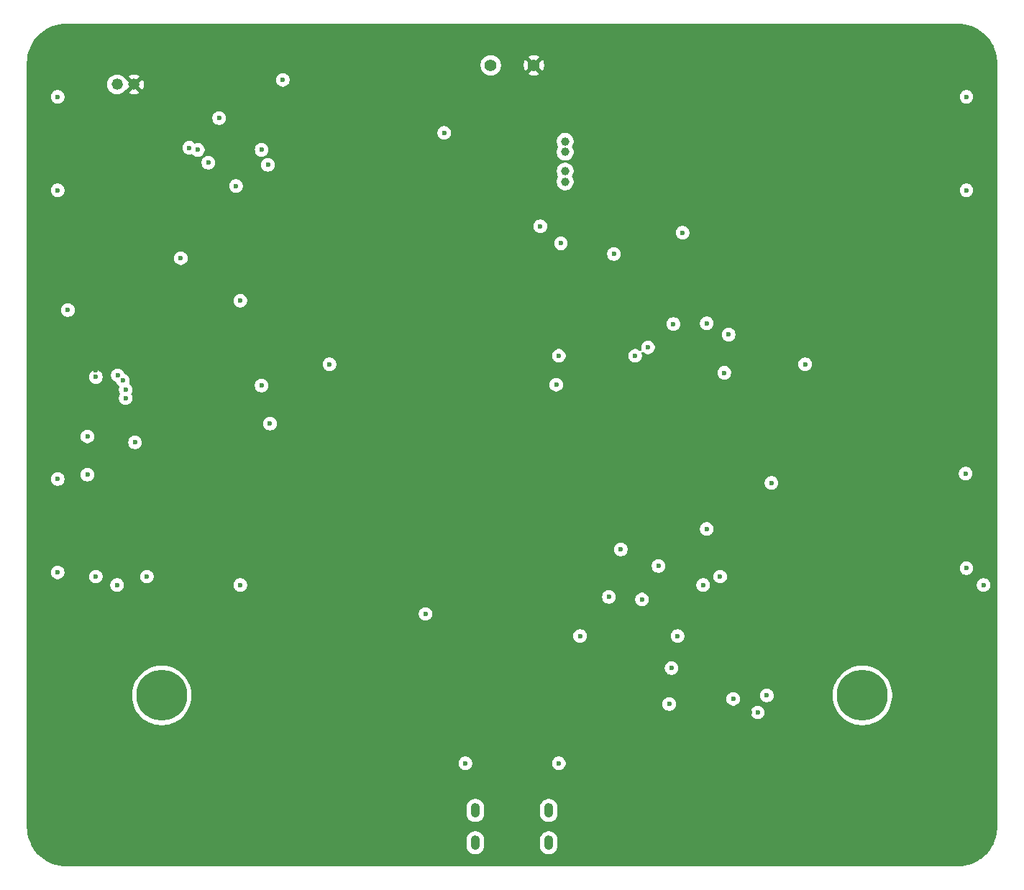
<source format=gbr>
%TF.GenerationSoftware,KiCad,Pcbnew,9.0.7*%
%TF.CreationDate,2026-02-12T15:19:17-05:00*%
%TF.ProjectId,OSHE-Reader-PCB,4f534845-2d52-4656-9164-65722d504342,rev?*%
%TF.SameCoordinates,Original*%
%TF.FileFunction,Copper,L2,Inr*%
%TF.FilePolarity,Positive*%
%FSLAX46Y46*%
G04 Gerber Fmt 4.6, Leading zero omitted, Abs format (unit mm)*
G04 Created by KiCad (PCBNEW 9.0.7) date 2026-02-12 15:19:17*
%MOMM*%
%LPD*%
G01*
G04 APERTURE LIST*
%TA.AperFunction,WasherPad*%
%ADD10C,6.000000*%
%TD*%
%TA.AperFunction,ComponentPad*%
%ADD11C,1.400000*%
%TD*%
%TA.AperFunction,ComponentPad*%
%ADD12C,1.320800*%
%TD*%
%TA.AperFunction,WasherPad*%
%ADD13O,1.092200X1.701800*%
%TD*%
%TA.AperFunction,ViaPad*%
%ADD14C,0.600000*%
%TD*%
%TA.AperFunction,ViaPad*%
%ADD15C,0.800000*%
%TD*%
%TA.AperFunction,ViaPad*%
%ADD16C,1.000000*%
%TD*%
G04 APERTURE END LIST*
D10*
%TO.N,*%
%TO.C,H2*%
X131250000Y-160000000D03*
%TD*%
D11*
%TO.N,/Battery Charging/TS*%
%TO.C,TH2*%
X87490000Y-85775800D03*
%TO.N,GND*%
X92570000Y-85775800D03*
%TD*%
D10*
%TO.N,*%
%TO.C,H1*%
X48750000Y-160000000D03*
%TD*%
D12*
%TO.N,/BAT+*%
%TO.C,J4*%
X43486400Y-88040000D03*
%TO.N,GND*%
X45486401Y-88040000D03*
%TD*%
D13*
%TO.N,*%
%TO.C,J1*%
X94320000Y-177345599D03*
X94320000Y-173545600D03*
X85680000Y-177345599D03*
X85680000Y-173545600D03*
%TD*%
D14*
%TO.N,/Battery Charging/VBUS*%
X61250000Y-97500000D03*
X60500000Y-95750000D03*
%TO.N,GND*%
X75000000Y-179000000D03*
X43250000Y-95500000D03*
X55000000Y-123500000D03*
X36500000Y-106000000D03*
X39500000Y-114000000D03*
X118000000Y-162000000D03*
X44000000Y-126274202D03*
D15*
X82600000Y-173000000D03*
D16*
X102750000Y-99500000D03*
X102750000Y-94750000D03*
D14*
X61091350Y-118200000D03*
X105750000Y-107400000D03*
X101200000Y-123400000D03*
X51000000Y-114000000D03*
X36500000Y-151500000D03*
X46500000Y-100250000D03*
X110500000Y-162000000D03*
X51500000Y-118108375D03*
D16*
X102750000Y-96000000D03*
D14*
X104750000Y-107400000D03*
X131000000Y-153000000D03*
X124000000Y-162000000D03*
X60500000Y-132000000D03*
X116800000Y-154000000D03*
X51200000Y-133000000D03*
X92500000Y-99000000D03*
D16*
X102750000Y-98250000D03*
D14*
X51086273Y-125665039D03*
X121000000Y-153000000D03*
X105750000Y-103300000D03*
X95140000Y-152640000D03*
X106750000Y-107425000D03*
X106750000Y-103325000D03*
X100500000Y-179000000D03*
X51086273Y-128165039D03*
X80500000Y-104750000D03*
X104725000Y-103325000D03*
X108500000Y-178500000D03*
X51000000Y-111500000D03*
X125000000Y-178500000D03*
X78500000Y-88500000D03*
X60500000Y-135000000D03*
X121000000Y-162000000D03*
X120000000Y-154200000D03*
X78000000Y-176500000D03*
X52750000Y-92000000D03*
X41000000Y-121674201D03*
X102750000Y-91250000D03*
X89000000Y-123600000D03*
X59500000Y-96000000D03*
X94500000Y-86000000D03*
D15*
X87000000Y-172000000D03*
D14*
X51086273Y-130165039D03*
X100500000Y-171000000D03*
X143400000Y-119800000D03*
X131000000Y-123500000D03*
X101500000Y-168000000D03*
D15*
X92749936Y-171749936D03*
D14*
X38000000Y-133500000D03*
X143500000Y-106500000D03*
%TO.N,+3V3*%
X84500000Y-168000000D03*
X36500000Y-89500000D03*
D16*
X96250000Y-96000000D03*
D14*
X36500000Y-134500000D03*
X41000000Y-122500000D03*
X143500000Y-89500000D03*
D16*
X96250000Y-94750000D03*
D14*
X143500000Y-145000000D03*
X95200000Y-123400000D03*
X120000000Y-160000000D03*
X61500000Y-128000000D03*
D16*
X96250000Y-98250000D03*
D14*
X45600000Y-130200000D03*
X60500000Y-123500000D03*
D16*
X96250000Y-99500000D03*
D14*
%TO.N,/SCK*%
X104500000Y-120000000D03*
X44176702Y-122893731D03*
X108500000Y-161000000D03*
X95500000Y-120000000D03*
X118933800Y-162000000D03*
%TO.N,/COPI*%
X106000000Y-119000000D03*
X108776000Y-156776000D03*
X116033799Y-160400000D03*
X43576700Y-122293731D03*
%TO.N,/EP_RESET*%
X44500000Y-124000000D03*
X68500000Y-121000000D03*
X124500000Y-121000000D03*
%TO.N,/EP_CS*%
X41000000Y-146000000D03*
X40000000Y-129500000D03*
X47000000Y-146000000D03*
X40000000Y-134000000D03*
X114500000Y-146000000D03*
%TO.N,/EP_BUSY*%
X44500000Y-125000000D03*
X115000000Y-122000000D03*
%TO.N,/EP_D{slash}C*%
X58000000Y-147000000D03*
X43500000Y-147000000D03*
X112500000Y-147000000D03*
%TO.N,/Buttons/RightButton*%
X120540000Y-134960000D03*
X143400131Y-133865669D03*
%TO.N,Net-(U4-GPIO0)*%
X51000000Y-108500000D03*
X109000000Y-116250000D03*
%TO.N,/Buttons/DownButton*%
X107250000Y-144750000D03*
X36500000Y-145500000D03*
%TO.N,/BAT_STAT*%
X101400000Y-148400000D03*
X58000000Y-113500000D03*
X52000000Y-95500000D03*
X57500000Y-100000000D03*
X112920000Y-140400000D03*
X102800000Y-142800000D03*
X112920000Y-116170000D03*
X79800000Y-150400000D03*
%TO.N,/BAT+*%
X54250000Y-97250000D03*
%TO.N,Net-(U1-CC)*%
X63000000Y-87500000D03*
X55500000Y-92000000D03*
%TO.N,/Battery Charging/TS*%
X53000000Y-95750000D03*
X82000000Y-93750000D03*
%TO.N,Net-(U3-EN)*%
X110079226Y-105500000D03*
X93329226Y-104750000D03*
%TO.N,/Buttons/LeftButton*%
X105300000Y-148700000D03*
X143500000Y-100500000D03*
X145500000Y-147000000D03*
%TO.N,/Buttons/UpButton*%
X36500000Y-100500000D03*
X37705050Y-114602525D03*
X115500000Y-117508375D03*
%TO.N,/Buttons/HomeButton*%
X95500000Y-168000000D03*
X109500000Y-153000000D03*
X98000000Y-153000000D03*
%TO.N,Net-(U3-BOOT)*%
X95750000Y-106750000D03*
X102000000Y-108000000D03*
%TD*%
%TA.AperFunction,Conductor*%
%TO.N,GND*%
G36*
X142502702Y-80881617D02*
G01*
X142897143Y-80898839D01*
X142907879Y-80899779D01*
X143296627Y-80950958D01*
X143307265Y-80952833D01*
X143690083Y-81037703D01*
X143700515Y-81040498D01*
X144074466Y-81158405D01*
X144084609Y-81162096D01*
X144446869Y-81312149D01*
X144456660Y-81316715D01*
X144804442Y-81497759D01*
X144813810Y-81503167D01*
X145144500Y-81713839D01*
X145153350Y-81720036D01*
X145464431Y-81958737D01*
X145472709Y-81965684D01*
X145761781Y-82230569D01*
X145769430Y-82238218D01*
X146034315Y-82527290D01*
X146041264Y-82535570D01*
X146279960Y-82846644D01*
X146286160Y-82855499D01*
X146496832Y-83186189D01*
X146502240Y-83195557D01*
X146683281Y-83543332D01*
X146687853Y-83553136D01*
X146837897Y-83915375D01*
X146841597Y-83925541D01*
X146959499Y-84299479D01*
X146962299Y-84309927D01*
X147047164Y-84692726D01*
X147049042Y-84703380D01*
X147100218Y-85092101D01*
X147101161Y-85102877D01*
X147118382Y-85497297D01*
X147118500Y-85502706D01*
X147118500Y-175497293D01*
X147118382Y-175502702D01*
X147101161Y-175897122D01*
X147100218Y-175907898D01*
X147049042Y-176296619D01*
X147047164Y-176307273D01*
X146962299Y-176690072D01*
X146959499Y-176700520D01*
X146841597Y-177074458D01*
X146837897Y-177084624D01*
X146687853Y-177446863D01*
X146683281Y-177456667D01*
X146502240Y-177804442D01*
X146496832Y-177813810D01*
X146286160Y-178144500D01*
X146279955Y-178153362D01*
X146041269Y-178464423D01*
X146034315Y-178472709D01*
X145769430Y-178761781D01*
X145761781Y-178769430D01*
X145472709Y-179034315D01*
X145464423Y-179041269D01*
X145153362Y-179279955D01*
X145144500Y-179286160D01*
X144813810Y-179496832D01*
X144804442Y-179502240D01*
X144456667Y-179683281D01*
X144446863Y-179687853D01*
X144084624Y-179837897D01*
X144074458Y-179841597D01*
X143700520Y-179959499D01*
X143690072Y-179962299D01*
X143307273Y-180047164D01*
X143296619Y-180049042D01*
X142907898Y-180100218D01*
X142897122Y-180101161D01*
X142502703Y-180118382D01*
X142497294Y-180118500D01*
X37502706Y-180118500D01*
X37497297Y-180118382D01*
X37102877Y-180101161D01*
X37092101Y-180100218D01*
X36703380Y-180049042D01*
X36692726Y-180047164D01*
X36309927Y-179962299D01*
X36299479Y-179959499D01*
X35925541Y-179841597D01*
X35915375Y-179837897D01*
X35553136Y-179687853D01*
X35543332Y-179683281D01*
X35195557Y-179502240D01*
X35186189Y-179496832D01*
X34855499Y-179286160D01*
X34846644Y-179279960D01*
X34535570Y-179041264D01*
X34527290Y-179034315D01*
X34238218Y-178769430D01*
X34230569Y-178761781D01*
X33965684Y-178472709D01*
X33958737Y-178464431D01*
X33720036Y-178153350D01*
X33713839Y-178144500D01*
X33593548Y-177955681D01*
X33503166Y-177813809D01*
X33497759Y-177804442D01*
X33471230Y-177753480D01*
X33316715Y-177456660D01*
X33312146Y-177446863D01*
X33162096Y-177084609D01*
X33158402Y-177074458D01*
X33146544Y-177036850D01*
X33115286Y-176937713D01*
X84633400Y-176937713D01*
X84633400Y-177753484D01*
X84673618Y-177955673D01*
X84673620Y-177955681D01*
X84752513Y-178146147D01*
X84752518Y-178146156D01*
X84867052Y-178317567D01*
X84867055Y-178317571D01*
X85012827Y-178463343D01*
X85012831Y-178463346D01*
X85184242Y-178577880D01*
X85184248Y-178577883D01*
X85184249Y-178577884D01*
X85374718Y-178656779D01*
X85576914Y-178696998D01*
X85576918Y-178696999D01*
X85576919Y-178696999D01*
X85783082Y-178696999D01*
X85783083Y-178696998D01*
X85985282Y-178656779D01*
X86175751Y-178577884D01*
X86347169Y-178463346D01*
X86492947Y-178317568D01*
X86607485Y-178146150D01*
X86686380Y-177955681D01*
X86726600Y-177753480D01*
X86726600Y-176937718D01*
X86726599Y-176937713D01*
X93273400Y-176937713D01*
X93273400Y-177753484D01*
X93313618Y-177955673D01*
X93313620Y-177955681D01*
X93392513Y-178146147D01*
X93392518Y-178146156D01*
X93507052Y-178317567D01*
X93507055Y-178317571D01*
X93652827Y-178463343D01*
X93652831Y-178463346D01*
X93824242Y-178577880D01*
X93824248Y-178577883D01*
X93824249Y-178577884D01*
X94014718Y-178656779D01*
X94216914Y-178696998D01*
X94216918Y-178696999D01*
X94216919Y-178696999D01*
X94423082Y-178696999D01*
X94423083Y-178696998D01*
X94625282Y-178656779D01*
X94815751Y-178577884D01*
X94987169Y-178463346D01*
X95132947Y-178317568D01*
X95247485Y-178146150D01*
X95326380Y-177955681D01*
X95366600Y-177753480D01*
X95366600Y-176937718D01*
X95326380Y-176735517D01*
X95247485Y-176545048D01*
X95247484Y-176545047D01*
X95247481Y-176545041D01*
X95132947Y-176373630D01*
X95132944Y-176373626D01*
X94987172Y-176227854D01*
X94987168Y-176227851D01*
X94815757Y-176113317D01*
X94815748Y-176113312D01*
X94625282Y-176034419D01*
X94625274Y-176034417D01*
X94423085Y-175994199D01*
X94423081Y-175994199D01*
X94216919Y-175994199D01*
X94216914Y-175994199D01*
X94014725Y-176034417D01*
X94014717Y-176034419D01*
X93824251Y-176113312D01*
X93824242Y-176113317D01*
X93652831Y-176227851D01*
X93652827Y-176227854D01*
X93507055Y-176373626D01*
X93507052Y-176373630D01*
X93392518Y-176545041D01*
X93392513Y-176545050D01*
X93313620Y-176735516D01*
X93313618Y-176735524D01*
X93273400Y-176937713D01*
X86726599Y-176937713D01*
X86686380Y-176735517D01*
X86607485Y-176545048D01*
X86607484Y-176545047D01*
X86607481Y-176545041D01*
X86492947Y-176373630D01*
X86492944Y-176373626D01*
X86347172Y-176227854D01*
X86347168Y-176227851D01*
X86175757Y-176113317D01*
X86175748Y-176113312D01*
X85985282Y-176034419D01*
X85985274Y-176034417D01*
X85783085Y-175994199D01*
X85783081Y-175994199D01*
X85576919Y-175994199D01*
X85576914Y-175994199D01*
X85374725Y-176034417D01*
X85374717Y-176034419D01*
X85184251Y-176113312D01*
X85184242Y-176113317D01*
X85012831Y-176227851D01*
X85012827Y-176227854D01*
X84867055Y-176373626D01*
X84867052Y-176373630D01*
X84752518Y-176545041D01*
X84752513Y-176545050D01*
X84673620Y-176735516D01*
X84673618Y-176735524D01*
X84633400Y-176937713D01*
X33115286Y-176937713D01*
X33040497Y-176700510D01*
X33037703Y-176690084D01*
X32952833Y-176307265D01*
X32950957Y-176296619D01*
X32926825Y-176113317D01*
X32899779Y-175907879D01*
X32898839Y-175897143D01*
X32881618Y-175502702D01*
X32881500Y-175497293D01*
X32881500Y-173137714D01*
X84633400Y-173137714D01*
X84633400Y-173953485D01*
X84673618Y-174155674D01*
X84673620Y-174155682D01*
X84752513Y-174346148D01*
X84752518Y-174346157D01*
X84867052Y-174517568D01*
X84867055Y-174517572D01*
X85012827Y-174663344D01*
X85012831Y-174663347D01*
X85184242Y-174777881D01*
X85184248Y-174777884D01*
X85184249Y-174777885D01*
X85374718Y-174856780D01*
X85576914Y-174896999D01*
X85576918Y-174897000D01*
X85576919Y-174897000D01*
X85783082Y-174897000D01*
X85783083Y-174896999D01*
X85985282Y-174856780D01*
X86175751Y-174777885D01*
X86347169Y-174663347D01*
X86492947Y-174517569D01*
X86607485Y-174346151D01*
X86686380Y-174155682D01*
X86726600Y-173953481D01*
X86726600Y-173137719D01*
X86726599Y-173137714D01*
X93273400Y-173137714D01*
X93273400Y-173953485D01*
X93313618Y-174155674D01*
X93313620Y-174155682D01*
X93392513Y-174346148D01*
X93392518Y-174346157D01*
X93507052Y-174517568D01*
X93507055Y-174517572D01*
X93652827Y-174663344D01*
X93652831Y-174663347D01*
X93824242Y-174777881D01*
X93824248Y-174777884D01*
X93824249Y-174777885D01*
X94014718Y-174856780D01*
X94216914Y-174896999D01*
X94216918Y-174897000D01*
X94216919Y-174897000D01*
X94423082Y-174897000D01*
X94423083Y-174896999D01*
X94625282Y-174856780D01*
X94815751Y-174777885D01*
X94987169Y-174663347D01*
X95132947Y-174517569D01*
X95247485Y-174346151D01*
X95326380Y-174155682D01*
X95366600Y-173953481D01*
X95366600Y-173137719D01*
X95326380Y-172935518D01*
X95247485Y-172745049D01*
X95247484Y-172745048D01*
X95247481Y-172745042D01*
X95132947Y-172573631D01*
X95132944Y-172573627D01*
X94987172Y-172427855D01*
X94987168Y-172427852D01*
X94815757Y-172313318D01*
X94815748Y-172313313D01*
X94625282Y-172234420D01*
X94625274Y-172234418D01*
X94423085Y-172194200D01*
X94423081Y-172194200D01*
X94216919Y-172194200D01*
X94216914Y-172194200D01*
X94014725Y-172234418D01*
X94014717Y-172234420D01*
X93824251Y-172313313D01*
X93824242Y-172313318D01*
X93652831Y-172427852D01*
X93652827Y-172427855D01*
X93507055Y-172573627D01*
X93507052Y-172573631D01*
X93392518Y-172745042D01*
X93392513Y-172745051D01*
X93313620Y-172935517D01*
X93313618Y-172935525D01*
X93273400Y-173137714D01*
X86726599Y-173137714D01*
X86686380Y-172935518D01*
X86607485Y-172745049D01*
X86607484Y-172745048D01*
X86607481Y-172745042D01*
X86492947Y-172573631D01*
X86492944Y-172573627D01*
X86347172Y-172427855D01*
X86347168Y-172427852D01*
X86175757Y-172313318D01*
X86175748Y-172313313D01*
X85985282Y-172234420D01*
X85985274Y-172234418D01*
X85783085Y-172194200D01*
X85783081Y-172194200D01*
X85576919Y-172194200D01*
X85576914Y-172194200D01*
X85374725Y-172234418D01*
X85374717Y-172234420D01*
X85184251Y-172313313D01*
X85184242Y-172313318D01*
X85012831Y-172427852D01*
X85012827Y-172427855D01*
X84867055Y-172573627D01*
X84867052Y-172573631D01*
X84752518Y-172745042D01*
X84752513Y-172745051D01*
X84673620Y-172935517D01*
X84673618Y-172935525D01*
X84633400Y-173137714D01*
X32881500Y-173137714D01*
X32881500Y-167921153D01*
X83699500Y-167921153D01*
X83699500Y-168078846D01*
X83730261Y-168233489D01*
X83730264Y-168233501D01*
X83790602Y-168379172D01*
X83790609Y-168379185D01*
X83878210Y-168510288D01*
X83878213Y-168510292D01*
X83989707Y-168621786D01*
X83989711Y-168621789D01*
X84120814Y-168709390D01*
X84120827Y-168709397D01*
X84266498Y-168769735D01*
X84266503Y-168769737D01*
X84421153Y-168800499D01*
X84421156Y-168800500D01*
X84421158Y-168800500D01*
X84578844Y-168800500D01*
X84578845Y-168800499D01*
X84733497Y-168769737D01*
X84879179Y-168709394D01*
X85010289Y-168621789D01*
X85121789Y-168510289D01*
X85209394Y-168379179D01*
X85269737Y-168233497D01*
X85300500Y-168078842D01*
X85300500Y-167921158D01*
X85300500Y-167921155D01*
X85300499Y-167921153D01*
X94699500Y-167921153D01*
X94699500Y-168078846D01*
X94730261Y-168233489D01*
X94730264Y-168233501D01*
X94790602Y-168379172D01*
X94790609Y-168379185D01*
X94878210Y-168510288D01*
X94878213Y-168510292D01*
X94989707Y-168621786D01*
X94989711Y-168621789D01*
X95120814Y-168709390D01*
X95120827Y-168709397D01*
X95266498Y-168769735D01*
X95266503Y-168769737D01*
X95421153Y-168800499D01*
X95421156Y-168800500D01*
X95421158Y-168800500D01*
X95578844Y-168800500D01*
X95578845Y-168800499D01*
X95733497Y-168769737D01*
X95879179Y-168709394D01*
X96010289Y-168621789D01*
X96121789Y-168510289D01*
X96209394Y-168379179D01*
X96269737Y-168233497D01*
X96300500Y-168078842D01*
X96300500Y-167921158D01*
X96300500Y-167921155D01*
X96300499Y-167921153D01*
X96269738Y-167766510D01*
X96269737Y-167766503D01*
X96269735Y-167766498D01*
X96209397Y-167620827D01*
X96209390Y-167620814D01*
X96121789Y-167489711D01*
X96121786Y-167489707D01*
X96010292Y-167378213D01*
X96010288Y-167378210D01*
X95879185Y-167290609D01*
X95879172Y-167290602D01*
X95733501Y-167230264D01*
X95733489Y-167230261D01*
X95578845Y-167199500D01*
X95578842Y-167199500D01*
X95421158Y-167199500D01*
X95421155Y-167199500D01*
X95266510Y-167230261D01*
X95266498Y-167230264D01*
X95120827Y-167290602D01*
X95120814Y-167290609D01*
X94989711Y-167378210D01*
X94989707Y-167378213D01*
X94878213Y-167489707D01*
X94878210Y-167489711D01*
X94790609Y-167620814D01*
X94790602Y-167620827D01*
X94730264Y-167766498D01*
X94730261Y-167766510D01*
X94699500Y-167921153D01*
X85300499Y-167921153D01*
X85269738Y-167766510D01*
X85269737Y-167766503D01*
X85269735Y-167766498D01*
X85209397Y-167620827D01*
X85209390Y-167620814D01*
X85121789Y-167489711D01*
X85121786Y-167489707D01*
X85010292Y-167378213D01*
X85010288Y-167378210D01*
X84879185Y-167290609D01*
X84879172Y-167290602D01*
X84733501Y-167230264D01*
X84733489Y-167230261D01*
X84578845Y-167199500D01*
X84578842Y-167199500D01*
X84421158Y-167199500D01*
X84421155Y-167199500D01*
X84266510Y-167230261D01*
X84266498Y-167230264D01*
X84120827Y-167290602D01*
X84120814Y-167290609D01*
X83989711Y-167378210D01*
X83989707Y-167378213D01*
X83878213Y-167489707D01*
X83878210Y-167489711D01*
X83790609Y-167620814D01*
X83790602Y-167620827D01*
X83730264Y-167766498D01*
X83730261Y-167766510D01*
X83699500Y-167921153D01*
X32881500Y-167921153D01*
X32881500Y-159828031D01*
X45249500Y-159828031D01*
X45249500Y-160171969D01*
X45255559Y-160233489D01*
X45283210Y-160514249D01*
X45350308Y-160851572D01*
X45450150Y-161180706D01*
X45581770Y-161498464D01*
X45581772Y-161498469D01*
X45743893Y-161801775D01*
X45743904Y-161801793D01*
X45934975Y-162087751D01*
X45934985Y-162087765D01*
X46153176Y-162353632D01*
X46396367Y-162596823D01*
X46396372Y-162596827D01*
X46396373Y-162596828D01*
X46662240Y-162815019D01*
X46948213Y-163006100D01*
X46948222Y-163006105D01*
X46948224Y-163006106D01*
X47251530Y-163168227D01*
X47251532Y-163168227D01*
X47251538Y-163168231D01*
X47569295Y-163299850D01*
X47898422Y-163399690D01*
X48235750Y-163466789D01*
X48578031Y-163500500D01*
X48578034Y-163500500D01*
X48921966Y-163500500D01*
X48921969Y-163500500D01*
X49264250Y-163466789D01*
X49601578Y-163399690D01*
X49930705Y-163299850D01*
X50248462Y-163168231D01*
X50551787Y-163006100D01*
X50837760Y-162815019D01*
X51103627Y-162596828D01*
X51346828Y-162353627D01*
X51565019Y-162087760D01*
X51676342Y-161921153D01*
X118133300Y-161921153D01*
X118133300Y-162078846D01*
X118164061Y-162233489D01*
X118164064Y-162233501D01*
X118224402Y-162379172D01*
X118224409Y-162379185D01*
X118312010Y-162510288D01*
X118312013Y-162510292D01*
X118423507Y-162621786D01*
X118423511Y-162621789D01*
X118554614Y-162709390D01*
X118554627Y-162709397D01*
X118700298Y-162769735D01*
X118700303Y-162769737D01*
X118854953Y-162800499D01*
X118854956Y-162800500D01*
X118854958Y-162800500D01*
X119012644Y-162800500D01*
X119012645Y-162800499D01*
X119167297Y-162769737D01*
X119312979Y-162709394D01*
X119444089Y-162621789D01*
X119555589Y-162510289D01*
X119643194Y-162379179D01*
X119703537Y-162233497D01*
X119734300Y-162078842D01*
X119734300Y-161921158D01*
X119734300Y-161921155D01*
X119734299Y-161921153D01*
X119703537Y-161766503D01*
X119643594Y-161621786D01*
X119643197Y-161620827D01*
X119643190Y-161620814D01*
X119555589Y-161489711D01*
X119555586Y-161489707D01*
X119444092Y-161378213D01*
X119444088Y-161378210D01*
X119312985Y-161290609D01*
X119312972Y-161290602D01*
X119167301Y-161230264D01*
X119167289Y-161230261D01*
X119012645Y-161199500D01*
X119012642Y-161199500D01*
X118854958Y-161199500D01*
X118854955Y-161199500D01*
X118700310Y-161230261D01*
X118700298Y-161230264D01*
X118554627Y-161290602D01*
X118554614Y-161290609D01*
X118423511Y-161378210D01*
X118423507Y-161378213D01*
X118312013Y-161489707D01*
X118312010Y-161489711D01*
X118224409Y-161620814D01*
X118224402Y-161620827D01*
X118164064Y-161766498D01*
X118164061Y-161766510D01*
X118133300Y-161921153D01*
X51676342Y-161921153D01*
X51756100Y-161801787D01*
X51918231Y-161498462D01*
X52049850Y-161180705D01*
X52128585Y-160921153D01*
X107699500Y-160921153D01*
X107699500Y-161078846D01*
X107730261Y-161233489D01*
X107730264Y-161233501D01*
X107790602Y-161379172D01*
X107790609Y-161379185D01*
X107878210Y-161510288D01*
X107878213Y-161510292D01*
X107989707Y-161621786D01*
X107989711Y-161621789D01*
X108120814Y-161709390D01*
X108120827Y-161709397D01*
X108258683Y-161766498D01*
X108266503Y-161769737D01*
X108421153Y-161800499D01*
X108421156Y-161800500D01*
X108421158Y-161800500D01*
X108578844Y-161800500D01*
X108578845Y-161800499D01*
X108589179Y-161798443D01*
X108614287Y-161793450D01*
X108614292Y-161793449D01*
X108699800Y-161776439D01*
X108733497Y-161769737D01*
X108879179Y-161709394D01*
X109010289Y-161621789D01*
X109121789Y-161510289D01*
X109209394Y-161379179D01*
X109269737Y-161233497D01*
X109300500Y-161078842D01*
X109300500Y-160921158D01*
X109300500Y-160921155D01*
X109300499Y-160921153D01*
X109292128Y-160879069D01*
X109269737Y-160766503D01*
X109246080Y-160709390D01*
X109209397Y-160620827D01*
X109209390Y-160620814D01*
X109121789Y-160489711D01*
X109121786Y-160489707D01*
X109010292Y-160378213D01*
X109010288Y-160378210D01*
X108924897Y-160321153D01*
X115233299Y-160321153D01*
X115233299Y-160478846D01*
X115264060Y-160633489D01*
X115264063Y-160633501D01*
X115324401Y-160779172D01*
X115324408Y-160779185D01*
X115412009Y-160910288D01*
X115412012Y-160910292D01*
X115523506Y-161021786D01*
X115523510Y-161021789D01*
X115654613Y-161109390D01*
X115654626Y-161109397D01*
X115800297Y-161169735D01*
X115800302Y-161169737D01*
X115949930Y-161199500D01*
X115954952Y-161200499D01*
X115954955Y-161200500D01*
X115954957Y-161200500D01*
X116112643Y-161200500D01*
X116112644Y-161200499D01*
X116267296Y-161169737D01*
X116412978Y-161109394D01*
X116544088Y-161021789D01*
X116655588Y-160910289D01*
X116743193Y-160779179D01*
X116803536Y-160633497D01*
X116834299Y-160478842D01*
X116834299Y-160321158D01*
X116834299Y-160321155D01*
X116834298Y-160321153D01*
X116816218Y-160230261D01*
X116803536Y-160166503D01*
X116767226Y-160078842D01*
X116743196Y-160020827D01*
X116743189Y-160020814D01*
X116718562Y-159983957D01*
X116676597Y-159921153D01*
X119199500Y-159921153D01*
X119199500Y-160078846D01*
X119230261Y-160233489D01*
X119230264Y-160233501D01*
X119290602Y-160379172D01*
X119290609Y-160379185D01*
X119378210Y-160510288D01*
X119378213Y-160510292D01*
X119489707Y-160621786D01*
X119489711Y-160621789D01*
X119620814Y-160709390D01*
X119620827Y-160709397D01*
X119758683Y-160766498D01*
X119766503Y-160769737D01*
X119921153Y-160800499D01*
X119921156Y-160800500D01*
X119921158Y-160800500D01*
X120078844Y-160800500D01*
X120078845Y-160800499D01*
X120233497Y-160769737D01*
X120379179Y-160709394D01*
X120510289Y-160621789D01*
X120621789Y-160510289D01*
X120709394Y-160379179D01*
X120769737Y-160233497D01*
X120800500Y-160078842D01*
X120800500Y-159921158D01*
X120800500Y-159921155D01*
X120800499Y-159921153D01*
X120786183Y-159849178D01*
X120781976Y-159828031D01*
X127749500Y-159828031D01*
X127749500Y-160171969D01*
X127755559Y-160233489D01*
X127783210Y-160514249D01*
X127850308Y-160851572D01*
X127950150Y-161180706D01*
X128081770Y-161498464D01*
X128081772Y-161498469D01*
X128243893Y-161801775D01*
X128243904Y-161801793D01*
X128434975Y-162087751D01*
X128434985Y-162087765D01*
X128653176Y-162353632D01*
X128896367Y-162596823D01*
X128896372Y-162596827D01*
X128896373Y-162596828D01*
X129162240Y-162815019D01*
X129448213Y-163006100D01*
X129448222Y-163006105D01*
X129448224Y-163006106D01*
X129751530Y-163168227D01*
X129751532Y-163168227D01*
X129751538Y-163168231D01*
X130069295Y-163299850D01*
X130398422Y-163399690D01*
X130735750Y-163466789D01*
X131078031Y-163500500D01*
X131078034Y-163500500D01*
X131421966Y-163500500D01*
X131421969Y-163500500D01*
X131764250Y-163466789D01*
X132101578Y-163399690D01*
X132430705Y-163299850D01*
X132748462Y-163168231D01*
X133051787Y-163006100D01*
X133337760Y-162815019D01*
X133603627Y-162596828D01*
X133846828Y-162353627D01*
X134065019Y-162087760D01*
X134256100Y-161801787D01*
X134418231Y-161498462D01*
X134549850Y-161180705D01*
X134649690Y-160851578D01*
X134716789Y-160514250D01*
X134750500Y-160171969D01*
X134750500Y-159828031D01*
X134716789Y-159485750D01*
X134649690Y-159148422D01*
X134549850Y-158819295D01*
X134418231Y-158501538D01*
X134256100Y-158198213D01*
X134065019Y-157912240D01*
X133846828Y-157646373D01*
X133846827Y-157646372D01*
X133846823Y-157646367D01*
X133603632Y-157403176D01*
X133337765Y-157184985D01*
X133337764Y-157184984D01*
X133337760Y-157184981D01*
X133051787Y-156993900D01*
X133051782Y-156993897D01*
X133051775Y-156993893D01*
X132748469Y-156831772D01*
X132748464Y-156831770D01*
X132685349Y-156805627D01*
X132655394Y-156793219D01*
X132430706Y-156700150D01*
X132101572Y-156600308D01*
X131764248Y-156533210D01*
X131764249Y-156533210D01*
X131506456Y-156507821D01*
X131421969Y-156499500D01*
X131078031Y-156499500D01*
X130999966Y-156507188D01*
X130735750Y-156533210D01*
X130398427Y-156600308D01*
X130069293Y-156700150D01*
X129751535Y-156831770D01*
X129751530Y-156831772D01*
X129448224Y-156993893D01*
X129448206Y-156993904D01*
X129162248Y-157184975D01*
X129162234Y-157184985D01*
X128896367Y-157403176D01*
X128653176Y-157646367D01*
X128434985Y-157912234D01*
X128434975Y-157912248D01*
X128243904Y-158198206D01*
X128243893Y-158198224D01*
X128081772Y-158501530D01*
X128081770Y-158501535D01*
X127950150Y-158819293D01*
X127850308Y-159148427D01*
X127783210Y-159485750D01*
X127757188Y-159749966D01*
X127749500Y-159828031D01*
X120781976Y-159828031D01*
X120769738Y-159766508D01*
X120769737Y-159766507D01*
X120769737Y-159766503D01*
X120738298Y-159690602D01*
X120709397Y-159620827D01*
X120709390Y-159620814D01*
X120621789Y-159489711D01*
X120621786Y-159489707D01*
X120510292Y-159378213D01*
X120510288Y-159378210D01*
X120379185Y-159290609D01*
X120379172Y-159290602D01*
X120233501Y-159230264D01*
X120233489Y-159230261D01*
X120078845Y-159199500D01*
X120078842Y-159199500D01*
X119921158Y-159199500D01*
X119921155Y-159199500D01*
X119766510Y-159230261D01*
X119766498Y-159230264D01*
X119620827Y-159290602D01*
X119620814Y-159290609D01*
X119489711Y-159378210D01*
X119489707Y-159378213D01*
X119378213Y-159489707D01*
X119378210Y-159489711D01*
X119290609Y-159620814D01*
X119290602Y-159620827D01*
X119230264Y-159766498D01*
X119230261Y-159766510D01*
X119199500Y-159921153D01*
X116676597Y-159921153D01*
X116655588Y-159889711D01*
X116655585Y-159889707D01*
X116544091Y-159778213D01*
X116544087Y-159778210D01*
X116412984Y-159690609D01*
X116412971Y-159690602D01*
X116267300Y-159630264D01*
X116267288Y-159630261D01*
X116112644Y-159599500D01*
X116112641Y-159599500D01*
X115954957Y-159599500D01*
X115954954Y-159599500D01*
X115800309Y-159630261D01*
X115800297Y-159630264D01*
X115654626Y-159690602D01*
X115654613Y-159690609D01*
X115523510Y-159778210D01*
X115523506Y-159778213D01*
X115412012Y-159889707D01*
X115412009Y-159889711D01*
X115324408Y-160020814D01*
X115324401Y-160020827D01*
X115264063Y-160166498D01*
X115264060Y-160166510D01*
X115233299Y-160321153D01*
X108924897Y-160321153D01*
X108879185Y-160290609D01*
X108879172Y-160290602D01*
X108733501Y-160230264D01*
X108733489Y-160230261D01*
X108578845Y-160199500D01*
X108578842Y-160199500D01*
X108421158Y-160199500D01*
X108421155Y-160199500D01*
X108266510Y-160230261D01*
X108266498Y-160230264D01*
X108120827Y-160290602D01*
X108120814Y-160290609D01*
X107989711Y-160378210D01*
X107989707Y-160378213D01*
X107878213Y-160489707D01*
X107878210Y-160489711D01*
X107790609Y-160620814D01*
X107790602Y-160620827D01*
X107730264Y-160766498D01*
X107730261Y-160766510D01*
X107699500Y-160921153D01*
X52128585Y-160921153D01*
X52149690Y-160851578D01*
X52216789Y-160514250D01*
X52250500Y-160171969D01*
X52250500Y-159828031D01*
X52216789Y-159485750D01*
X52149690Y-159148422D01*
X52049850Y-158819295D01*
X51918231Y-158501538D01*
X51756100Y-158198213D01*
X51565019Y-157912240D01*
X51346828Y-157646373D01*
X51346827Y-157646372D01*
X51346823Y-157646367D01*
X51103632Y-157403176D01*
X50837765Y-157184985D01*
X50837764Y-157184984D01*
X50837760Y-157184981D01*
X50551787Y-156993900D01*
X50551782Y-156993897D01*
X50551775Y-156993893D01*
X50248469Y-156831772D01*
X50248464Y-156831770D01*
X50248462Y-156831769D01*
X50099916Y-156770239D01*
X49930706Y-156700150D01*
X49920826Y-156697153D01*
X107975500Y-156697153D01*
X107975500Y-156854846D01*
X108006261Y-157009489D01*
X108006264Y-157009501D01*
X108066602Y-157155172D01*
X108066609Y-157155185D01*
X108154210Y-157286288D01*
X108154213Y-157286292D01*
X108265707Y-157397786D01*
X108265711Y-157397789D01*
X108396814Y-157485390D01*
X108396827Y-157485397D01*
X108542498Y-157545735D01*
X108542503Y-157545737D01*
X108697153Y-157576499D01*
X108697156Y-157576500D01*
X108697158Y-157576500D01*
X108854844Y-157576500D01*
X108854845Y-157576499D01*
X109009497Y-157545737D01*
X109155179Y-157485394D01*
X109286289Y-157397789D01*
X109397789Y-157286289D01*
X109485394Y-157155179D01*
X109545737Y-157009497D01*
X109576500Y-156854842D01*
X109576500Y-156697158D01*
X109576500Y-156697155D01*
X109576499Y-156697153D01*
X109545737Y-156542503D01*
X109527925Y-156499500D01*
X109485397Y-156396827D01*
X109485390Y-156396814D01*
X109397789Y-156265711D01*
X109397786Y-156265707D01*
X109286292Y-156154213D01*
X109286288Y-156154210D01*
X109155185Y-156066609D01*
X109155172Y-156066602D01*
X109009501Y-156006264D01*
X109009489Y-156006261D01*
X108854845Y-155975500D01*
X108854842Y-155975500D01*
X108697158Y-155975500D01*
X108697155Y-155975500D01*
X108542510Y-156006261D01*
X108542498Y-156006264D01*
X108396827Y-156066602D01*
X108396814Y-156066609D01*
X108265711Y-156154210D01*
X108265707Y-156154213D01*
X108154213Y-156265707D01*
X108154210Y-156265711D01*
X108066609Y-156396814D01*
X108066602Y-156396827D01*
X108006264Y-156542498D01*
X108006261Y-156542510D01*
X107975500Y-156697153D01*
X49920826Y-156697153D01*
X49601572Y-156600308D01*
X49264248Y-156533210D01*
X49264249Y-156533210D01*
X49006456Y-156507821D01*
X48921969Y-156499500D01*
X48578031Y-156499500D01*
X48499966Y-156507188D01*
X48235750Y-156533210D01*
X47898427Y-156600308D01*
X47569293Y-156700150D01*
X47251535Y-156831770D01*
X47251530Y-156831772D01*
X46948224Y-156993893D01*
X46948206Y-156993904D01*
X46662248Y-157184975D01*
X46662234Y-157184985D01*
X46396367Y-157403176D01*
X46153176Y-157646367D01*
X45934985Y-157912234D01*
X45934975Y-157912248D01*
X45743904Y-158198206D01*
X45743893Y-158198224D01*
X45581772Y-158501530D01*
X45581770Y-158501535D01*
X45450150Y-158819293D01*
X45350308Y-159148427D01*
X45283210Y-159485750D01*
X45257188Y-159749966D01*
X45249500Y-159828031D01*
X32881500Y-159828031D01*
X32881500Y-152921153D01*
X97199500Y-152921153D01*
X97199500Y-153078846D01*
X97230261Y-153233489D01*
X97230264Y-153233501D01*
X97290602Y-153379172D01*
X97290609Y-153379185D01*
X97378210Y-153510288D01*
X97378213Y-153510292D01*
X97489707Y-153621786D01*
X97489711Y-153621789D01*
X97620814Y-153709390D01*
X97620827Y-153709397D01*
X97766498Y-153769735D01*
X97766503Y-153769737D01*
X97921153Y-153800499D01*
X97921156Y-153800500D01*
X97921158Y-153800500D01*
X98078844Y-153800500D01*
X98078845Y-153800499D01*
X98233497Y-153769737D01*
X98379179Y-153709394D01*
X98510289Y-153621789D01*
X98621789Y-153510289D01*
X98709394Y-153379179D01*
X98769737Y-153233497D01*
X98800500Y-153078842D01*
X98800500Y-152921158D01*
X98800500Y-152921155D01*
X98800499Y-152921153D01*
X108699500Y-152921153D01*
X108699500Y-153078846D01*
X108730261Y-153233489D01*
X108730264Y-153233501D01*
X108790602Y-153379172D01*
X108790609Y-153379185D01*
X108878210Y-153510288D01*
X108878213Y-153510292D01*
X108989707Y-153621786D01*
X108989711Y-153621789D01*
X109120814Y-153709390D01*
X109120827Y-153709397D01*
X109266498Y-153769735D01*
X109266503Y-153769737D01*
X109421153Y-153800499D01*
X109421156Y-153800500D01*
X109421158Y-153800500D01*
X109578844Y-153800500D01*
X109578845Y-153800499D01*
X109733497Y-153769737D01*
X109879179Y-153709394D01*
X110010289Y-153621789D01*
X110121789Y-153510289D01*
X110209394Y-153379179D01*
X110269737Y-153233497D01*
X110300500Y-153078842D01*
X110300500Y-152921158D01*
X110300500Y-152921155D01*
X110300499Y-152921153D01*
X110269738Y-152766510D01*
X110269737Y-152766503D01*
X110269735Y-152766498D01*
X110209397Y-152620827D01*
X110209390Y-152620814D01*
X110121789Y-152489711D01*
X110121786Y-152489707D01*
X110010292Y-152378213D01*
X110010288Y-152378210D01*
X109879185Y-152290609D01*
X109879172Y-152290602D01*
X109733501Y-152230264D01*
X109733489Y-152230261D01*
X109578845Y-152199500D01*
X109578842Y-152199500D01*
X109421158Y-152199500D01*
X109421155Y-152199500D01*
X109266510Y-152230261D01*
X109266498Y-152230264D01*
X109120827Y-152290602D01*
X109120814Y-152290609D01*
X108989711Y-152378210D01*
X108989707Y-152378213D01*
X108878213Y-152489707D01*
X108878210Y-152489711D01*
X108790609Y-152620814D01*
X108790602Y-152620827D01*
X108730264Y-152766498D01*
X108730261Y-152766510D01*
X108699500Y-152921153D01*
X98800499Y-152921153D01*
X98769738Y-152766510D01*
X98769737Y-152766503D01*
X98769735Y-152766498D01*
X98709397Y-152620827D01*
X98709390Y-152620814D01*
X98621789Y-152489711D01*
X98621786Y-152489707D01*
X98510292Y-152378213D01*
X98510288Y-152378210D01*
X98379185Y-152290609D01*
X98379172Y-152290602D01*
X98233501Y-152230264D01*
X98233489Y-152230261D01*
X98078845Y-152199500D01*
X98078842Y-152199500D01*
X97921158Y-152199500D01*
X97921155Y-152199500D01*
X97766510Y-152230261D01*
X97766498Y-152230264D01*
X97620827Y-152290602D01*
X97620814Y-152290609D01*
X97489711Y-152378210D01*
X97489707Y-152378213D01*
X97378213Y-152489707D01*
X97378210Y-152489711D01*
X97290609Y-152620814D01*
X97290602Y-152620827D01*
X97230264Y-152766498D01*
X97230261Y-152766510D01*
X97199500Y-152921153D01*
X32881500Y-152921153D01*
X32881500Y-150321153D01*
X78999500Y-150321153D01*
X78999500Y-150478846D01*
X79030261Y-150633489D01*
X79030264Y-150633501D01*
X79090602Y-150779172D01*
X79090609Y-150779185D01*
X79178210Y-150910288D01*
X79178213Y-150910292D01*
X79289707Y-151021786D01*
X79289711Y-151021789D01*
X79420814Y-151109390D01*
X79420827Y-151109397D01*
X79566498Y-151169735D01*
X79566503Y-151169737D01*
X79721153Y-151200499D01*
X79721156Y-151200500D01*
X79721158Y-151200500D01*
X79878844Y-151200500D01*
X79878845Y-151200499D01*
X80033497Y-151169737D01*
X80179179Y-151109394D01*
X80310289Y-151021789D01*
X80421789Y-150910289D01*
X80509394Y-150779179D01*
X80569737Y-150633497D01*
X80600500Y-150478842D01*
X80600500Y-150321158D01*
X80600500Y-150321155D01*
X80600499Y-150321153D01*
X80569738Y-150166510D01*
X80569737Y-150166503D01*
X80569735Y-150166498D01*
X80509397Y-150020827D01*
X80509390Y-150020814D01*
X80421789Y-149889711D01*
X80421786Y-149889707D01*
X80310292Y-149778213D01*
X80310288Y-149778210D01*
X80179185Y-149690609D01*
X80179172Y-149690602D01*
X80033501Y-149630264D01*
X80033489Y-149630261D01*
X79878845Y-149599500D01*
X79878842Y-149599500D01*
X79721158Y-149599500D01*
X79721155Y-149599500D01*
X79566510Y-149630261D01*
X79566498Y-149630264D01*
X79420827Y-149690602D01*
X79420814Y-149690609D01*
X79289711Y-149778210D01*
X79289707Y-149778213D01*
X79178213Y-149889707D01*
X79178210Y-149889711D01*
X79090609Y-150020814D01*
X79090602Y-150020827D01*
X79030264Y-150166498D01*
X79030261Y-150166510D01*
X78999500Y-150321153D01*
X32881500Y-150321153D01*
X32881500Y-148321153D01*
X100599500Y-148321153D01*
X100599500Y-148478846D01*
X100630261Y-148633489D01*
X100630264Y-148633501D01*
X100690602Y-148779172D01*
X100690609Y-148779185D01*
X100778210Y-148910288D01*
X100778213Y-148910292D01*
X100889707Y-149021786D01*
X100889711Y-149021789D01*
X101020814Y-149109390D01*
X101020827Y-149109397D01*
X101166498Y-149169735D01*
X101166503Y-149169737D01*
X101321153Y-149200499D01*
X101321156Y-149200500D01*
X101321158Y-149200500D01*
X101478844Y-149200500D01*
X101478845Y-149200499D01*
X101633497Y-149169737D01*
X101779179Y-149109394D01*
X101910289Y-149021789D01*
X102021789Y-148910289D01*
X102109394Y-148779179D01*
X102169737Y-148633497D01*
X102172192Y-148621153D01*
X104499500Y-148621153D01*
X104499500Y-148778846D01*
X104530261Y-148933489D01*
X104530264Y-148933501D01*
X104590602Y-149079172D01*
X104590609Y-149079185D01*
X104678210Y-149210288D01*
X104678213Y-149210292D01*
X104789707Y-149321786D01*
X104789711Y-149321789D01*
X104920814Y-149409390D01*
X104920827Y-149409397D01*
X105066498Y-149469735D01*
X105066503Y-149469737D01*
X105221153Y-149500499D01*
X105221156Y-149500500D01*
X105221158Y-149500500D01*
X105378844Y-149500500D01*
X105378845Y-149500499D01*
X105533497Y-149469737D01*
X105679179Y-149409394D01*
X105810289Y-149321789D01*
X105921789Y-149210289D01*
X106009394Y-149079179D01*
X106069737Y-148933497D01*
X106100500Y-148778842D01*
X106100500Y-148621158D01*
X106100500Y-148621155D01*
X106100499Y-148621153D01*
X106072192Y-148478846D01*
X106069737Y-148466503D01*
X106009534Y-148321158D01*
X106009397Y-148320827D01*
X106009390Y-148320814D01*
X105921789Y-148189711D01*
X105921786Y-148189707D01*
X105810292Y-148078213D01*
X105810288Y-148078210D01*
X105679185Y-147990609D01*
X105679172Y-147990602D01*
X105533501Y-147930264D01*
X105533489Y-147930261D01*
X105378845Y-147899500D01*
X105378842Y-147899500D01*
X105221158Y-147899500D01*
X105221155Y-147899500D01*
X105066510Y-147930261D01*
X105066498Y-147930264D01*
X104920827Y-147990602D01*
X104920814Y-147990609D01*
X104789711Y-148078210D01*
X104789707Y-148078213D01*
X104678213Y-148189707D01*
X104678210Y-148189711D01*
X104590609Y-148320814D01*
X104590602Y-148320827D01*
X104530264Y-148466498D01*
X104530261Y-148466510D01*
X104499500Y-148621153D01*
X102172192Y-148621153D01*
X102178216Y-148590874D01*
X102178216Y-148590873D01*
X102200499Y-148478846D01*
X102200500Y-148478844D01*
X102200500Y-148321155D01*
X102200499Y-148321153D01*
X102174353Y-148189711D01*
X102169737Y-148166503D01*
X102169735Y-148166498D01*
X102109397Y-148020827D01*
X102109390Y-148020814D01*
X102021789Y-147889711D01*
X102021786Y-147889707D01*
X101910292Y-147778213D01*
X101910288Y-147778210D01*
X101779185Y-147690609D01*
X101779172Y-147690602D01*
X101633501Y-147630264D01*
X101633489Y-147630261D01*
X101478845Y-147599500D01*
X101478842Y-147599500D01*
X101321158Y-147599500D01*
X101321155Y-147599500D01*
X101166510Y-147630261D01*
X101166498Y-147630264D01*
X101020827Y-147690602D01*
X101020814Y-147690609D01*
X100889711Y-147778210D01*
X100889707Y-147778213D01*
X100778213Y-147889707D01*
X100778210Y-147889711D01*
X100690609Y-148020814D01*
X100690602Y-148020827D01*
X100630264Y-148166498D01*
X100630261Y-148166510D01*
X100599500Y-148321153D01*
X32881500Y-148321153D01*
X32881500Y-146921153D01*
X42699500Y-146921153D01*
X42699500Y-147078846D01*
X42730261Y-147233489D01*
X42730264Y-147233501D01*
X42790602Y-147379172D01*
X42790609Y-147379185D01*
X42878210Y-147510288D01*
X42878213Y-147510292D01*
X42989707Y-147621786D01*
X42989711Y-147621789D01*
X43120814Y-147709390D01*
X43120827Y-147709397D01*
X43266498Y-147769735D01*
X43266503Y-147769737D01*
X43421153Y-147800499D01*
X43421156Y-147800500D01*
X43421158Y-147800500D01*
X43578844Y-147800500D01*
X43578845Y-147800499D01*
X43733497Y-147769737D01*
X43879179Y-147709394D01*
X44010289Y-147621789D01*
X44121789Y-147510289D01*
X44209394Y-147379179D01*
X44269737Y-147233497D01*
X44300500Y-147078842D01*
X44300500Y-146921158D01*
X44300500Y-146921155D01*
X44300499Y-146921153D01*
X57199500Y-146921153D01*
X57199500Y-147078846D01*
X57230261Y-147233489D01*
X57230264Y-147233501D01*
X57290602Y-147379172D01*
X57290609Y-147379185D01*
X57378210Y-147510288D01*
X57378213Y-147510292D01*
X57489707Y-147621786D01*
X57489711Y-147621789D01*
X57620814Y-147709390D01*
X57620827Y-147709397D01*
X57766498Y-147769735D01*
X57766503Y-147769737D01*
X57921153Y-147800499D01*
X57921156Y-147800500D01*
X57921158Y-147800500D01*
X58078844Y-147800500D01*
X58078845Y-147800499D01*
X58233497Y-147769737D01*
X58379179Y-147709394D01*
X58510289Y-147621789D01*
X58621789Y-147510289D01*
X58709394Y-147379179D01*
X58769737Y-147233497D01*
X58800500Y-147078842D01*
X58800500Y-146921158D01*
X58800500Y-146921155D01*
X58800499Y-146921153D01*
X111699500Y-146921153D01*
X111699500Y-147078846D01*
X111730261Y-147233489D01*
X111730264Y-147233501D01*
X111790602Y-147379172D01*
X111790609Y-147379185D01*
X111878210Y-147510288D01*
X111878213Y-147510292D01*
X111989707Y-147621786D01*
X111989711Y-147621789D01*
X112120814Y-147709390D01*
X112120827Y-147709397D01*
X112266498Y-147769735D01*
X112266503Y-147769737D01*
X112421153Y-147800499D01*
X112421156Y-147800500D01*
X112421158Y-147800500D01*
X112578844Y-147800500D01*
X112578845Y-147800499D01*
X112733497Y-147769737D01*
X112879179Y-147709394D01*
X113010289Y-147621789D01*
X113121789Y-147510289D01*
X113209394Y-147379179D01*
X113269737Y-147233497D01*
X113300500Y-147078842D01*
X113300500Y-146921158D01*
X113300500Y-146921155D01*
X113300499Y-146921153D01*
X144699500Y-146921153D01*
X144699500Y-147078846D01*
X144730261Y-147233489D01*
X144730264Y-147233501D01*
X144790602Y-147379172D01*
X144790609Y-147379185D01*
X144878210Y-147510288D01*
X144878213Y-147510292D01*
X144989707Y-147621786D01*
X144989711Y-147621789D01*
X145120814Y-147709390D01*
X145120827Y-147709397D01*
X145266498Y-147769735D01*
X145266503Y-147769737D01*
X145421153Y-147800499D01*
X145421156Y-147800500D01*
X145421158Y-147800500D01*
X145578844Y-147800500D01*
X145578845Y-147800499D01*
X145733497Y-147769737D01*
X145879179Y-147709394D01*
X146010289Y-147621789D01*
X146121789Y-147510289D01*
X146209394Y-147379179D01*
X146269737Y-147233497D01*
X146300500Y-147078842D01*
X146300500Y-146921158D01*
X146300500Y-146921155D01*
X146300499Y-146921153D01*
X146269738Y-146766510D01*
X146269737Y-146766503D01*
X146209794Y-146621786D01*
X146209397Y-146620827D01*
X146209390Y-146620814D01*
X146121789Y-146489711D01*
X146121786Y-146489707D01*
X146010292Y-146378213D01*
X146010288Y-146378210D01*
X145879185Y-146290609D01*
X145879172Y-146290602D01*
X145733501Y-146230264D01*
X145733489Y-146230261D01*
X145578845Y-146199500D01*
X145578842Y-146199500D01*
X145421158Y-146199500D01*
X145421155Y-146199500D01*
X145266510Y-146230261D01*
X145266498Y-146230264D01*
X145120827Y-146290602D01*
X145120814Y-146290609D01*
X144989711Y-146378210D01*
X144989707Y-146378213D01*
X144878213Y-146489707D01*
X144878210Y-146489711D01*
X144790609Y-146620814D01*
X144790602Y-146620827D01*
X144730264Y-146766498D01*
X144730261Y-146766510D01*
X144699500Y-146921153D01*
X113300499Y-146921153D01*
X113269738Y-146766510D01*
X113269737Y-146766503D01*
X113209794Y-146621786D01*
X113209397Y-146620827D01*
X113209390Y-146620814D01*
X113121789Y-146489711D01*
X113121786Y-146489707D01*
X113010292Y-146378213D01*
X113010288Y-146378210D01*
X112879185Y-146290609D01*
X112879172Y-146290602D01*
X112733501Y-146230264D01*
X112733489Y-146230261D01*
X112578845Y-146199500D01*
X112578842Y-146199500D01*
X112421158Y-146199500D01*
X112421155Y-146199500D01*
X112266510Y-146230261D01*
X112266498Y-146230264D01*
X112120827Y-146290602D01*
X112120814Y-146290609D01*
X111989711Y-146378210D01*
X111989707Y-146378213D01*
X111878213Y-146489707D01*
X111878210Y-146489711D01*
X111790609Y-146620814D01*
X111790602Y-146620827D01*
X111730264Y-146766498D01*
X111730261Y-146766510D01*
X111699500Y-146921153D01*
X58800499Y-146921153D01*
X58769738Y-146766510D01*
X58769737Y-146766503D01*
X58709794Y-146621786D01*
X58709397Y-146620827D01*
X58709390Y-146620814D01*
X58621789Y-146489711D01*
X58621786Y-146489707D01*
X58510292Y-146378213D01*
X58510288Y-146378210D01*
X58379185Y-146290609D01*
X58379172Y-146290602D01*
X58233501Y-146230264D01*
X58233489Y-146230261D01*
X58078845Y-146199500D01*
X58078842Y-146199500D01*
X57921158Y-146199500D01*
X57921155Y-146199500D01*
X57766510Y-146230261D01*
X57766498Y-146230264D01*
X57620827Y-146290602D01*
X57620814Y-146290609D01*
X57489711Y-146378210D01*
X57489707Y-146378213D01*
X57378213Y-146489707D01*
X57378210Y-146489711D01*
X57290609Y-146620814D01*
X57290602Y-146620827D01*
X57230264Y-146766498D01*
X57230261Y-146766510D01*
X57199500Y-146921153D01*
X44300499Y-146921153D01*
X44269738Y-146766510D01*
X44269737Y-146766503D01*
X44209794Y-146621786D01*
X44209397Y-146620827D01*
X44209390Y-146620814D01*
X44121789Y-146489711D01*
X44121786Y-146489707D01*
X44010292Y-146378213D01*
X44010288Y-146378210D01*
X43879185Y-146290609D01*
X43879172Y-146290602D01*
X43733501Y-146230264D01*
X43733489Y-146230261D01*
X43578845Y-146199500D01*
X43578842Y-146199500D01*
X43421158Y-146199500D01*
X43421155Y-146199500D01*
X43266510Y-146230261D01*
X43266498Y-146230264D01*
X43120827Y-146290602D01*
X43120814Y-146290609D01*
X42989711Y-146378210D01*
X42989707Y-146378213D01*
X42878213Y-146489707D01*
X42878210Y-146489711D01*
X42790609Y-146620814D01*
X42790602Y-146620827D01*
X42730264Y-146766498D01*
X42730261Y-146766510D01*
X42699500Y-146921153D01*
X32881500Y-146921153D01*
X32881500Y-145421153D01*
X35699500Y-145421153D01*
X35699500Y-145578846D01*
X35730261Y-145733489D01*
X35730264Y-145733501D01*
X35790602Y-145879172D01*
X35790609Y-145879185D01*
X35878210Y-146010288D01*
X35878213Y-146010292D01*
X35989707Y-146121786D01*
X35989711Y-146121789D01*
X36120814Y-146209390D01*
X36120827Y-146209397D01*
X36266498Y-146269735D01*
X36266503Y-146269737D01*
X36421153Y-146300499D01*
X36421156Y-146300500D01*
X36421158Y-146300500D01*
X36578844Y-146300500D01*
X36578845Y-146300499D01*
X36733497Y-146269737D01*
X36879179Y-146209394D01*
X37010289Y-146121789D01*
X37121789Y-146010289D01*
X37181348Y-145921153D01*
X40199500Y-145921153D01*
X40199500Y-146078846D01*
X40230261Y-146233489D01*
X40230264Y-146233501D01*
X40290602Y-146379172D01*
X40290609Y-146379185D01*
X40378210Y-146510288D01*
X40378213Y-146510292D01*
X40489707Y-146621786D01*
X40489711Y-146621789D01*
X40620814Y-146709390D01*
X40620827Y-146709397D01*
X40758683Y-146766498D01*
X40766503Y-146769737D01*
X40921153Y-146800499D01*
X40921156Y-146800500D01*
X40921158Y-146800500D01*
X41078844Y-146800500D01*
X41078845Y-146800499D01*
X41089179Y-146798443D01*
X41114287Y-146793450D01*
X41114292Y-146793449D01*
X41199800Y-146776439D01*
X41233497Y-146769737D01*
X41379179Y-146709394D01*
X41510289Y-146621789D01*
X41621789Y-146510289D01*
X41709394Y-146379179D01*
X41769737Y-146233497D01*
X41800500Y-146078842D01*
X41800500Y-145921158D01*
X41800500Y-145921155D01*
X41800499Y-145921153D01*
X46199500Y-145921153D01*
X46199500Y-146078846D01*
X46230261Y-146233489D01*
X46230264Y-146233501D01*
X46290602Y-146379172D01*
X46290609Y-146379185D01*
X46378210Y-146510288D01*
X46378213Y-146510292D01*
X46489707Y-146621786D01*
X46489711Y-146621789D01*
X46620814Y-146709390D01*
X46620827Y-146709397D01*
X46758683Y-146766498D01*
X46766503Y-146769737D01*
X46921153Y-146800499D01*
X46921156Y-146800500D01*
X46921158Y-146800500D01*
X47078844Y-146800500D01*
X47078845Y-146800499D01*
X47089179Y-146798443D01*
X47114287Y-146793450D01*
X47114292Y-146793449D01*
X47199800Y-146776439D01*
X47233497Y-146769737D01*
X47379179Y-146709394D01*
X47510289Y-146621789D01*
X47621789Y-146510289D01*
X47709394Y-146379179D01*
X47769737Y-146233497D01*
X47800500Y-146078842D01*
X47800500Y-145921158D01*
X47800500Y-145921155D01*
X47800499Y-145921153D01*
X113699500Y-145921153D01*
X113699500Y-146078846D01*
X113730261Y-146233489D01*
X113730264Y-146233501D01*
X113790602Y-146379172D01*
X113790609Y-146379185D01*
X113878210Y-146510288D01*
X113878213Y-146510292D01*
X113989707Y-146621786D01*
X113989711Y-146621789D01*
X114120814Y-146709390D01*
X114120827Y-146709397D01*
X114258683Y-146766498D01*
X114266503Y-146769737D01*
X114421153Y-146800499D01*
X114421156Y-146800500D01*
X114421158Y-146800500D01*
X114578844Y-146800500D01*
X114578845Y-146800499D01*
X114589179Y-146798443D01*
X114614287Y-146793450D01*
X114614292Y-146793449D01*
X114699800Y-146776439D01*
X114733497Y-146769737D01*
X114879179Y-146709394D01*
X115010289Y-146621789D01*
X115121789Y-146510289D01*
X115209394Y-146379179D01*
X115269737Y-146233497D01*
X115300500Y-146078842D01*
X115300500Y-145921158D01*
X115300500Y-145921155D01*
X115300499Y-145921153D01*
X115269738Y-145766510D01*
X115269737Y-145766503D01*
X115209794Y-145621786D01*
X115209397Y-145620827D01*
X115209390Y-145620814D01*
X115121789Y-145489711D01*
X115121786Y-145489707D01*
X115010292Y-145378213D01*
X115010288Y-145378210D01*
X114879185Y-145290609D01*
X114879172Y-145290602D01*
X114733501Y-145230264D01*
X114733489Y-145230261D01*
X114578845Y-145199500D01*
X114578842Y-145199500D01*
X114421158Y-145199500D01*
X114421155Y-145199500D01*
X114266510Y-145230261D01*
X114266498Y-145230264D01*
X114120827Y-145290602D01*
X114120814Y-145290609D01*
X113989711Y-145378210D01*
X113989707Y-145378213D01*
X113878213Y-145489707D01*
X113878210Y-145489711D01*
X113790609Y-145620814D01*
X113790602Y-145620827D01*
X113730264Y-145766498D01*
X113730261Y-145766510D01*
X113699500Y-145921153D01*
X47800499Y-145921153D01*
X47769738Y-145766510D01*
X47769737Y-145766503D01*
X47709794Y-145621786D01*
X47709397Y-145620827D01*
X47709390Y-145620814D01*
X47621789Y-145489711D01*
X47621786Y-145489707D01*
X47510292Y-145378213D01*
X47510288Y-145378210D01*
X47379185Y-145290609D01*
X47379172Y-145290602D01*
X47233501Y-145230264D01*
X47233489Y-145230261D01*
X47078845Y-145199500D01*
X47078842Y-145199500D01*
X46921158Y-145199500D01*
X46921155Y-145199500D01*
X46766510Y-145230261D01*
X46766498Y-145230264D01*
X46620827Y-145290602D01*
X46620814Y-145290609D01*
X46489711Y-145378210D01*
X46489707Y-145378213D01*
X46378213Y-145489707D01*
X46378210Y-145489711D01*
X46290609Y-145620814D01*
X46290602Y-145620827D01*
X46230264Y-145766498D01*
X46230261Y-145766510D01*
X46199500Y-145921153D01*
X41800499Y-145921153D01*
X41769738Y-145766510D01*
X41769737Y-145766503D01*
X41709794Y-145621786D01*
X41709397Y-145620827D01*
X41709390Y-145620814D01*
X41621789Y-145489711D01*
X41621786Y-145489707D01*
X41510292Y-145378213D01*
X41510288Y-145378210D01*
X41379185Y-145290609D01*
X41379172Y-145290602D01*
X41233501Y-145230264D01*
X41233489Y-145230261D01*
X41078845Y-145199500D01*
X41078842Y-145199500D01*
X40921158Y-145199500D01*
X40921155Y-145199500D01*
X40766510Y-145230261D01*
X40766498Y-145230264D01*
X40620827Y-145290602D01*
X40620814Y-145290609D01*
X40489711Y-145378210D01*
X40489707Y-145378213D01*
X40378213Y-145489707D01*
X40378210Y-145489711D01*
X40290609Y-145620814D01*
X40290602Y-145620827D01*
X40230264Y-145766498D01*
X40230261Y-145766510D01*
X40199500Y-145921153D01*
X37181348Y-145921153D01*
X37209394Y-145879179D01*
X37269737Y-145733497D01*
X37300500Y-145578842D01*
X37300500Y-145421158D01*
X37300500Y-145421155D01*
X37300499Y-145421153D01*
X37274531Y-145290606D01*
X37269737Y-145266503D01*
X37256062Y-145233489D01*
X37209397Y-145120827D01*
X37209390Y-145120814D01*
X37121789Y-144989711D01*
X37121786Y-144989707D01*
X37010292Y-144878213D01*
X37010288Y-144878210D01*
X36879185Y-144790609D01*
X36879173Y-144790602D01*
X36852674Y-144779627D01*
X36733501Y-144730264D01*
X36733489Y-144730261D01*
X36578845Y-144699500D01*
X36578842Y-144699500D01*
X36421158Y-144699500D01*
X36421155Y-144699500D01*
X36266510Y-144730261D01*
X36266498Y-144730264D01*
X36120827Y-144790602D01*
X36120814Y-144790609D01*
X35989711Y-144878210D01*
X35989707Y-144878213D01*
X35878213Y-144989707D01*
X35878210Y-144989711D01*
X35790609Y-145120814D01*
X35790602Y-145120827D01*
X35730264Y-145266498D01*
X35730261Y-145266510D01*
X35699500Y-145421153D01*
X32881500Y-145421153D01*
X32881500Y-144671153D01*
X106449500Y-144671153D01*
X106449500Y-144828846D01*
X106480261Y-144983489D01*
X106480264Y-144983501D01*
X106540602Y-145129172D01*
X106540609Y-145129185D01*
X106628210Y-145260288D01*
X106628213Y-145260292D01*
X106739707Y-145371786D01*
X106739711Y-145371789D01*
X106870814Y-145459390D01*
X106870827Y-145459397D01*
X107016498Y-145519735D01*
X107016503Y-145519737D01*
X107171153Y-145550499D01*
X107171156Y-145550500D01*
X107171158Y-145550500D01*
X107328844Y-145550500D01*
X107328845Y-145550499D01*
X107483497Y-145519737D01*
X107629179Y-145459394D01*
X107760289Y-145371789D01*
X107871789Y-145260289D01*
X107959394Y-145129179D01*
X107962854Y-145120827D01*
X108017163Y-144989711D01*
X108019737Y-144983497D01*
X108032138Y-144921153D01*
X142699500Y-144921153D01*
X142699500Y-145078846D01*
X142730261Y-145233489D01*
X142730264Y-145233501D01*
X142790602Y-145379172D01*
X142790609Y-145379185D01*
X142878210Y-145510288D01*
X142878213Y-145510292D01*
X142989707Y-145621786D01*
X142989711Y-145621789D01*
X143120814Y-145709390D01*
X143120827Y-145709397D01*
X143258683Y-145766498D01*
X143266503Y-145769737D01*
X143421153Y-145800499D01*
X143421156Y-145800500D01*
X143421158Y-145800500D01*
X143578844Y-145800500D01*
X143578845Y-145800499D01*
X143733497Y-145769737D01*
X143879179Y-145709394D01*
X144010289Y-145621789D01*
X144121789Y-145510289D01*
X144209394Y-145379179D01*
X144269737Y-145233497D01*
X144300500Y-145078842D01*
X144300500Y-144921158D01*
X144300500Y-144921155D01*
X144300499Y-144921153D01*
X144274531Y-144790606D01*
X144269737Y-144766503D01*
X144269735Y-144766498D01*
X144209397Y-144620827D01*
X144209390Y-144620814D01*
X144121789Y-144489711D01*
X144121786Y-144489707D01*
X144010292Y-144378213D01*
X144010288Y-144378210D01*
X143879185Y-144290609D01*
X143879172Y-144290602D01*
X143733501Y-144230264D01*
X143733489Y-144230261D01*
X143578845Y-144199500D01*
X143578842Y-144199500D01*
X143421158Y-144199500D01*
X143421155Y-144199500D01*
X143266510Y-144230261D01*
X143266498Y-144230264D01*
X143120827Y-144290602D01*
X143120814Y-144290609D01*
X142989711Y-144378210D01*
X142989707Y-144378213D01*
X142878213Y-144489707D01*
X142878210Y-144489711D01*
X142790609Y-144620814D01*
X142790602Y-144620827D01*
X142730264Y-144766498D01*
X142730261Y-144766510D01*
X142699500Y-144921153D01*
X108032138Y-144921153D01*
X108038161Y-144890874D01*
X108050500Y-144828844D01*
X108050500Y-144671155D01*
X108050499Y-144671153D01*
X108019738Y-144516510D01*
X108019737Y-144516503D01*
X108019735Y-144516498D01*
X107959397Y-144370827D01*
X107959390Y-144370814D01*
X107871789Y-144239711D01*
X107871786Y-144239707D01*
X107760292Y-144128213D01*
X107760288Y-144128210D01*
X107629185Y-144040609D01*
X107629172Y-144040602D01*
X107483501Y-143980264D01*
X107483489Y-143980261D01*
X107328845Y-143949500D01*
X107328842Y-143949500D01*
X107171158Y-143949500D01*
X107171155Y-143949500D01*
X107016510Y-143980261D01*
X107016498Y-143980264D01*
X106870827Y-144040602D01*
X106870814Y-144040609D01*
X106739711Y-144128210D01*
X106739707Y-144128213D01*
X106628213Y-144239707D01*
X106628210Y-144239711D01*
X106540609Y-144370814D01*
X106540602Y-144370827D01*
X106480264Y-144516498D01*
X106480261Y-144516510D01*
X106449500Y-144671153D01*
X32881500Y-144671153D01*
X32881500Y-142721153D01*
X101999500Y-142721153D01*
X101999500Y-142878846D01*
X102030261Y-143033489D01*
X102030264Y-143033501D01*
X102090602Y-143179172D01*
X102090609Y-143179185D01*
X102178210Y-143310288D01*
X102178213Y-143310292D01*
X102289707Y-143421786D01*
X102289711Y-143421789D01*
X102420814Y-143509390D01*
X102420827Y-143509397D01*
X102566498Y-143569735D01*
X102566503Y-143569737D01*
X102721153Y-143600499D01*
X102721156Y-143600500D01*
X102721158Y-143600500D01*
X102878844Y-143600500D01*
X102878845Y-143600499D01*
X103033497Y-143569737D01*
X103179179Y-143509394D01*
X103310289Y-143421789D01*
X103421789Y-143310289D01*
X103509394Y-143179179D01*
X103569737Y-143033497D01*
X103600500Y-142878842D01*
X103600500Y-142721158D01*
X103600500Y-142721155D01*
X103600499Y-142721153D01*
X103569738Y-142566510D01*
X103569737Y-142566503D01*
X103569735Y-142566498D01*
X103509397Y-142420827D01*
X103509390Y-142420814D01*
X103421789Y-142289711D01*
X103421786Y-142289707D01*
X103310292Y-142178213D01*
X103310288Y-142178210D01*
X103179185Y-142090609D01*
X103179172Y-142090602D01*
X103033501Y-142030264D01*
X103033489Y-142030261D01*
X102878845Y-141999500D01*
X102878842Y-141999500D01*
X102721158Y-141999500D01*
X102721155Y-141999500D01*
X102566510Y-142030261D01*
X102566498Y-142030264D01*
X102420827Y-142090602D01*
X102420814Y-142090609D01*
X102289711Y-142178210D01*
X102289707Y-142178213D01*
X102178213Y-142289707D01*
X102178210Y-142289711D01*
X102090609Y-142420814D01*
X102090602Y-142420827D01*
X102030264Y-142566498D01*
X102030261Y-142566510D01*
X101999500Y-142721153D01*
X32881500Y-142721153D01*
X32881500Y-140321153D01*
X112119500Y-140321153D01*
X112119500Y-140478846D01*
X112150261Y-140633489D01*
X112150264Y-140633501D01*
X112210602Y-140779172D01*
X112210609Y-140779185D01*
X112298210Y-140910288D01*
X112298213Y-140910292D01*
X112409707Y-141021786D01*
X112409711Y-141021789D01*
X112540814Y-141109390D01*
X112540827Y-141109397D01*
X112686498Y-141169735D01*
X112686503Y-141169737D01*
X112841153Y-141200499D01*
X112841156Y-141200500D01*
X112841158Y-141200500D01*
X112998844Y-141200500D01*
X112998845Y-141200499D01*
X113153497Y-141169737D01*
X113299179Y-141109394D01*
X113430289Y-141021789D01*
X113541789Y-140910289D01*
X113629394Y-140779179D01*
X113689737Y-140633497D01*
X113720500Y-140478842D01*
X113720500Y-140321158D01*
X113720500Y-140321155D01*
X113720499Y-140321153D01*
X113689738Y-140166510D01*
X113689737Y-140166503D01*
X113689735Y-140166498D01*
X113629397Y-140020827D01*
X113629390Y-140020814D01*
X113541789Y-139889711D01*
X113541786Y-139889707D01*
X113430292Y-139778213D01*
X113430288Y-139778210D01*
X113299185Y-139690609D01*
X113299172Y-139690602D01*
X113153501Y-139630264D01*
X113153489Y-139630261D01*
X112998845Y-139599500D01*
X112998842Y-139599500D01*
X112841158Y-139599500D01*
X112841155Y-139599500D01*
X112686510Y-139630261D01*
X112686498Y-139630264D01*
X112540827Y-139690602D01*
X112540814Y-139690609D01*
X112409711Y-139778210D01*
X112409707Y-139778213D01*
X112298213Y-139889707D01*
X112298210Y-139889711D01*
X112210609Y-140020814D01*
X112210602Y-140020827D01*
X112150264Y-140166498D01*
X112150261Y-140166510D01*
X112119500Y-140321153D01*
X32881500Y-140321153D01*
X32881500Y-134421153D01*
X35699500Y-134421153D01*
X35699500Y-134578846D01*
X35730261Y-134733489D01*
X35730264Y-134733501D01*
X35790602Y-134879172D01*
X35790609Y-134879185D01*
X35878210Y-135010288D01*
X35878213Y-135010292D01*
X35989707Y-135121786D01*
X35989711Y-135121789D01*
X36120814Y-135209390D01*
X36120827Y-135209397D01*
X36266498Y-135269735D01*
X36266503Y-135269737D01*
X36421153Y-135300499D01*
X36421156Y-135300500D01*
X36421158Y-135300500D01*
X36578844Y-135300500D01*
X36578845Y-135300499D01*
X36733497Y-135269737D01*
X36879179Y-135209394D01*
X37010289Y-135121789D01*
X37121789Y-135010289D01*
X37208075Y-134881153D01*
X119739500Y-134881153D01*
X119739500Y-135038846D01*
X119770261Y-135193489D01*
X119770264Y-135193501D01*
X119830602Y-135339172D01*
X119830609Y-135339185D01*
X119918210Y-135470288D01*
X119918213Y-135470292D01*
X120029707Y-135581786D01*
X120029711Y-135581789D01*
X120160814Y-135669390D01*
X120160827Y-135669397D01*
X120306498Y-135729735D01*
X120306503Y-135729737D01*
X120461153Y-135760499D01*
X120461156Y-135760500D01*
X120461158Y-135760500D01*
X120618844Y-135760500D01*
X120618845Y-135760499D01*
X120773497Y-135729737D01*
X120919179Y-135669394D01*
X121050289Y-135581789D01*
X121161789Y-135470289D01*
X121249394Y-135339179D01*
X121309737Y-135193497D01*
X121340500Y-135038842D01*
X121340500Y-134881158D01*
X121340500Y-134881155D01*
X121340499Y-134881153D01*
X121311128Y-134733497D01*
X121309737Y-134726503D01*
X121272003Y-134635404D01*
X121249397Y-134580827D01*
X121249390Y-134580814D01*
X121161789Y-134449711D01*
X121161786Y-134449707D01*
X121050292Y-134338213D01*
X121050288Y-134338210D01*
X120919185Y-134250609D01*
X120919172Y-134250602D01*
X120773501Y-134190264D01*
X120773489Y-134190261D01*
X120618845Y-134159500D01*
X120618842Y-134159500D01*
X120461158Y-134159500D01*
X120461155Y-134159500D01*
X120306510Y-134190261D01*
X120306498Y-134190264D01*
X120160827Y-134250602D01*
X120160814Y-134250609D01*
X120029711Y-134338210D01*
X120029707Y-134338213D01*
X119918213Y-134449707D01*
X119918210Y-134449711D01*
X119830609Y-134580814D01*
X119830602Y-134580827D01*
X119770264Y-134726498D01*
X119770261Y-134726510D01*
X119739500Y-134881153D01*
X37208075Y-134881153D01*
X37209394Y-134879179D01*
X37269737Y-134733497D01*
X37300500Y-134578842D01*
X37300500Y-134421158D01*
X37300500Y-134421155D01*
X37300499Y-134421153D01*
X37284001Y-134338213D01*
X37269737Y-134266503D01*
X37260767Y-134244848D01*
X37209397Y-134120827D01*
X37209390Y-134120814D01*
X37121790Y-133989712D01*
X37121784Y-133989705D01*
X37053232Y-133921153D01*
X39199500Y-133921153D01*
X39199500Y-134078846D01*
X39230261Y-134233489D01*
X39230264Y-134233501D01*
X39290602Y-134379172D01*
X39290609Y-134379185D01*
X39378210Y-134510288D01*
X39378213Y-134510292D01*
X39489707Y-134621786D01*
X39489711Y-134621789D01*
X39620814Y-134709390D01*
X39620827Y-134709397D01*
X39766498Y-134769735D01*
X39766503Y-134769737D01*
X39921153Y-134800499D01*
X39921156Y-134800500D01*
X39921158Y-134800500D01*
X40078844Y-134800500D01*
X40078845Y-134800499D01*
X40233497Y-134769737D01*
X40244766Y-134765069D01*
X40255786Y-134760505D01*
X40379172Y-134709397D01*
X40379172Y-134709396D01*
X40379179Y-134709394D01*
X40510289Y-134621789D01*
X40621789Y-134510289D01*
X40709394Y-134379179D01*
X40769737Y-134233497D01*
X40800500Y-134078842D01*
X40800500Y-133921158D01*
X40800500Y-133921155D01*
X40777380Y-133804927D01*
X40773779Y-133786822D01*
X142599631Y-133786822D01*
X142599631Y-133944515D01*
X142630392Y-134099158D01*
X142630395Y-134099170D01*
X142690733Y-134244841D01*
X142690740Y-134244854D01*
X142778341Y-134375957D01*
X142778344Y-134375961D01*
X142889838Y-134487455D01*
X142889842Y-134487458D01*
X143020945Y-134575059D01*
X143020958Y-134575066D01*
X143133752Y-134621786D01*
X143166634Y-134635406D01*
X143321284Y-134666168D01*
X143321287Y-134666169D01*
X143321289Y-134666169D01*
X143478975Y-134666169D01*
X143478976Y-134666168D01*
X143633628Y-134635406D01*
X143746297Y-134588736D01*
X143779303Y-134575066D01*
X143779303Y-134575065D01*
X143779310Y-134575063D01*
X143910420Y-134487458D01*
X144021920Y-134375958D01*
X144109525Y-134244848D01*
X144169868Y-134099166D01*
X144200631Y-133944511D01*
X144200631Y-133786827D01*
X144200631Y-133786824D01*
X144200630Y-133786822D01*
X144189380Y-133730264D01*
X144169868Y-133632172D01*
X144165166Y-133620821D01*
X144109528Y-133486496D01*
X144109521Y-133486483D01*
X144021920Y-133355380D01*
X144021917Y-133355376D01*
X143910423Y-133243882D01*
X143910419Y-133243879D01*
X143779316Y-133156278D01*
X143779303Y-133156271D01*
X143633632Y-133095933D01*
X143633620Y-133095930D01*
X143478976Y-133065169D01*
X143478973Y-133065169D01*
X143321289Y-133065169D01*
X143321286Y-133065169D01*
X143166641Y-133095930D01*
X143166629Y-133095933D01*
X143020958Y-133156271D01*
X143020945Y-133156278D01*
X142889842Y-133243879D01*
X142889838Y-133243882D01*
X142778344Y-133355376D01*
X142778341Y-133355380D01*
X142690740Y-133486483D01*
X142690733Y-133486496D01*
X142630395Y-133632167D01*
X142630392Y-133632179D01*
X142599631Y-133786822D01*
X40773779Y-133786822D01*
X40769737Y-133766503D01*
X40769735Y-133766498D01*
X40709397Y-133620827D01*
X40709390Y-133620814D01*
X40621789Y-133489711D01*
X40621786Y-133489707D01*
X40510292Y-133378213D01*
X40510288Y-133378210D01*
X40379185Y-133290609D01*
X40379172Y-133290602D01*
X40233501Y-133230264D01*
X40233489Y-133230261D01*
X40078845Y-133199500D01*
X40078842Y-133199500D01*
X39921158Y-133199500D01*
X39921155Y-133199500D01*
X39766510Y-133230261D01*
X39766498Y-133230264D01*
X39620827Y-133290602D01*
X39620814Y-133290609D01*
X39489711Y-133378210D01*
X39489707Y-133378213D01*
X39378213Y-133489707D01*
X39378210Y-133489711D01*
X39290609Y-133620814D01*
X39290602Y-133620827D01*
X39230264Y-133766498D01*
X39230261Y-133766510D01*
X39199500Y-133921153D01*
X37053232Y-133921153D01*
X37010292Y-133878213D01*
X37010288Y-133878210D01*
X36879185Y-133790609D01*
X36879172Y-133790602D01*
X36733501Y-133730264D01*
X36733489Y-133730261D01*
X36578845Y-133699500D01*
X36578842Y-133699500D01*
X36421158Y-133699500D01*
X36421155Y-133699500D01*
X36266510Y-133730261D01*
X36266498Y-133730264D01*
X36120827Y-133790602D01*
X36120814Y-133790609D01*
X35989711Y-133878210D01*
X35989707Y-133878213D01*
X35878213Y-133989707D01*
X35878210Y-133989711D01*
X35790609Y-134120814D01*
X35790602Y-134120827D01*
X35730264Y-134266498D01*
X35730261Y-134266510D01*
X35699500Y-134421153D01*
X32881500Y-134421153D01*
X32881500Y-129421153D01*
X39199500Y-129421153D01*
X39199500Y-129578846D01*
X39230261Y-129733489D01*
X39230264Y-129733501D01*
X39290602Y-129879172D01*
X39290609Y-129879185D01*
X39378210Y-130010288D01*
X39378213Y-130010292D01*
X39489707Y-130121786D01*
X39489711Y-130121789D01*
X39620814Y-130209390D01*
X39620827Y-130209397D01*
X39766498Y-130269735D01*
X39766503Y-130269737D01*
X39921153Y-130300499D01*
X39921156Y-130300500D01*
X39921158Y-130300500D01*
X40078844Y-130300500D01*
X40078845Y-130300499D01*
X40233497Y-130269737D01*
X40379179Y-130209394D01*
X40510289Y-130121789D01*
X40510925Y-130121153D01*
X44799500Y-130121153D01*
X44799500Y-130278846D01*
X44830261Y-130433489D01*
X44830264Y-130433501D01*
X44890602Y-130579172D01*
X44890609Y-130579185D01*
X44978210Y-130710288D01*
X44978213Y-130710292D01*
X45089707Y-130821786D01*
X45089711Y-130821789D01*
X45220814Y-130909390D01*
X45220827Y-130909397D01*
X45366498Y-130969735D01*
X45366503Y-130969737D01*
X45521153Y-131000499D01*
X45521156Y-131000500D01*
X45521158Y-131000500D01*
X45678844Y-131000500D01*
X45678845Y-131000499D01*
X45833497Y-130969737D01*
X45979179Y-130909394D01*
X46110289Y-130821789D01*
X46221789Y-130710289D01*
X46309394Y-130579179D01*
X46369737Y-130433497D01*
X46400500Y-130278842D01*
X46400500Y-130121158D01*
X46400500Y-130121155D01*
X46400499Y-130121153D01*
X46378447Y-130010292D01*
X46369737Y-129966503D01*
X46333569Y-129879185D01*
X46309397Y-129820827D01*
X46309390Y-129820814D01*
X46221789Y-129689711D01*
X46221786Y-129689707D01*
X46110292Y-129578213D01*
X46110288Y-129578210D01*
X45979185Y-129490609D01*
X45979172Y-129490602D01*
X45833501Y-129430264D01*
X45833489Y-129430261D01*
X45678845Y-129399500D01*
X45678842Y-129399500D01*
X45521158Y-129399500D01*
X45521155Y-129399500D01*
X45366510Y-129430261D01*
X45366498Y-129430264D01*
X45220827Y-129490602D01*
X45220814Y-129490609D01*
X45089711Y-129578210D01*
X45089707Y-129578213D01*
X44978213Y-129689707D01*
X44978210Y-129689711D01*
X44890609Y-129820814D01*
X44890602Y-129820827D01*
X44830264Y-129966498D01*
X44830261Y-129966510D01*
X44799500Y-130121153D01*
X40510925Y-130121153D01*
X40604694Y-130027385D01*
X40621786Y-130010292D01*
X40621789Y-130010289D01*
X40709394Y-129879179D01*
X40769737Y-129733497D01*
X40800500Y-129578842D01*
X40800500Y-129421158D01*
X40800500Y-129421155D01*
X40800499Y-129421153D01*
X40769738Y-129266510D01*
X40769737Y-129266503D01*
X40769735Y-129266498D01*
X40709397Y-129120827D01*
X40709390Y-129120814D01*
X40621789Y-128989711D01*
X40621786Y-128989707D01*
X40510292Y-128878213D01*
X40510288Y-128878210D01*
X40379185Y-128790609D01*
X40379172Y-128790602D01*
X40233501Y-128730264D01*
X40233489Y-128730261D01*
X40078845Y-128699500D01*
X40078842Y-128699500D01*
X39921158Y-128699500D01*
X39921155Y-128699500D01*
X39766510Y-128730261D01*
X39766498Y-128730264D01*
X39620827Y-128790602D01*
X39620814Y-128790609D01*
X39489711Y-128878210D01*
X39489707Y-128878213D01*
X39378213Y-128989707D01*
X39378210Y-128989711D01*
X39290609Y-129120814D01*
X39290602Y-129120827D01*
X39230264Y-129266498D01*
X39230261Y-129266510D01*
X39199500Y-129421153D01*
X32881500Y-129421153D01*
X32881500Y-127921153D01*
X60699500Y-127921153D01*
X60699500Y-128078846D01*
X60730261Y-128233489D01*
X60730264Y-128233501D01*
X60790602Y-128379172D01*
X60790609Y-128379185D01*
X60878210Y-128510288D01*
X60878213Y-128510292D01*
X60989707Y-128621786D01*
X60989711Y-128621789D01*
X61120814Y-128709390D01*
X61120827Y-128709397D01*
X61266498Y-128769735D01*
X61266503Y-128769737D01*
X61421153Y-128800499D01*
X61421156Y-128800500D01*
X61421158Y-128800500D01*
X61578844Y-128800500D01*
X61578845Y-128800499D01*
X61733497Y-128769737D01*
X61879179Y-128709394D01*
X62010289Y-128621789D01*
X62121789Y-128510289D01*
X62209394Y-128379179D01*
X62269737Y-128233497D01*
X62300500Y-128078842D01*
X62300500Y-127921158D01*
X62300500Y-127921155D01*
X62300499Y-127921153D01*
X62269738Y-127766510D01*
X62269737Y-127766503D01*
X62269735Y-127766498D01*
X62209397Y-127620827D01*
X62209390Y-127620814D01*
X62121789Y-127489711D01*
X62121786Y-127489707D01*
X62010292Y-127378213D01*
X62010288Y-127378210D01*
X61879185Y-127290609D01*
X61879172Y-127290602D01*
X61733501Y-127230264D01*
X61733489Y-127230261D01*
X61578845Y-127199500D01*
X61578842Y-127199500D01*
X61421158Y-127199500D01*
X61421155Y-127199500D01*
X61266510Y-127230261D01*
X61266498Y-127230264D01*
X61120827Y-127290602D01*
X61120814Y-127290609D01*
X60989711Y-127378210D01*
X60989707Y-127378213D01*
X60878213Y-127489707D01*
X60878210Y-127489711D01*
X60790609Y-127620814D01*
X60790602Y-127620827D01*
X60730264Y-127766498D01*
X60730261Y-127766510D01*
X60699500Y-127921153D01*
X32881500Y-127921153D01*
X32881500Y-122421153D01*
X40199500Y-122421153D01*
X40199500Y-122578846D01*
X40230261Y-122733489D01*
X40230264Y-122733501D01*
X40290602Y-122879172D01*
X40290609Y-122879185D01*
X40378210Y-123010288D01*
X40378213Y-123010292D01*
X40489707Y-123121786D01*
X40489711Y-123121789D01*
X40620814Y-123209390D01*
X40620827Y-123209397D01*
X40758683Y-123266498D01*
X40766503Y-123269737D01*
X40871418Y-123290606D01*
X40921153Y-123300499D01*
X40921156Y-123300500D01*
X40921158Y-123300500D01*
X41078844Y-123300500D01*
X41078845Y-123300499D01*
X41233497Y-123269737D01*
X41379179Y-123209394D01*
X41510289Y-123121789D01*
X41621789Y-123010289D01*
X41709394Y-122879179D01*
X41769737Y-122733497D01*
X41800500Y-122578842D01*
X41800500Y-122421158D01*
X41800500Y-122421155D01*
X41800499Y-122421153D01*
X41792148Y-122379172D01*
X41769737Y-122266503D01*
X41765490Y-122256249D01*
X41748356Y-122214884D01*
X42776200Y-122214884D01*
X42776200Y-122372577D01*
X42806961Y-122527220D01*
X42806964Y-122527232D01*
X42867302Y-122672903D01*
X42867309Y-122672916D01*
X42954910Y-122804019D01*
X42954913Y-122804023D01*
X43066407Y-122915517D01*
X43066411Y-122915520D01*
X43197514Y-123003121D01*
X43197527Y-123003128D01*
X43340837Y-123062488D01*
X43395241Y-123106328D01*
X43407946Y-123129597D01*
X43467304Y-123272903D01*
X43467311Y-123272916D01*
X43554912Y-123404019D01*
X43554915Y-123404023D01*
X43666410Y-123515518D01*
X43666413Y-123515520D01*
X43713232Y-123546804D01*
X43758038Y-123600415D01*
X43766745Y-123669740D01*
X43758903Y-123697358D01*
X43730264Y-123766498D01*
X43730261Y-123766510D01*
X43699500Y-123921153D01*
X43699500Y-124078846D01*
X43730261Y-124233489D01*
X43730264Y-124233501D01*
X43790602Y-124379172D01*
X43790609Y-124379185D01*
X43825304Y-124431109D01*
X43846182Y-124497786D01*
X43827698Y-124565167D01*
X43825304Y-124568891D01*
X43790609Y-124620814D01*
X43790602Y-124620827D01*
X43730264Y-124766498D01*
X43730261Y-124766510D01*
X43699500Y-124921153D01*
X43699500Y-125078846D01*
X43730261Y-125233489D01*
X43730264Y-125233501D01*
X43790602Y-125379172D01*
X43790609Y-125379185D01*
X43878210Y-125510288D01*
X43878213Y-125510292D01*
X43989707Y-125621786D01*
X43989711Y-125621789D01*
X44120814Y-125709390D01*
X44120827Y-125709397D01*
X44266498Y-125769735D01*
X44266503Y-125769737D01*
X44421153Y-125800499D01*
X44421156Y-125800500D01*
X44421158Y-125800500D01*
X44578844Y-125800500D01*
X44578845Y-125800499D01*
X44733497Y-125769737D01*
X44879179Y-125709394D01*
X45010289Y-125621789D01*
X45121789Y-125510289D01*
X45209394Y-125379179D01*
X45269737Y-125233497D01*
X45300500Y-125078842D01*
X45300500Y-124921158D01*
X45300500Y-124921155D01*
X45300499Y-124921153D01*
X45269738Y-124766510D01*
X45269737Y-124766503D01*
X45269735Y-124766498D01*
X45209396Y-124620825D01*
X45209394Y-124620822D01*
X45209394Y-124620821D01*
X45174694Y-124568889D01*
X45153816Y-124502215D01*
X45172300Y-124434835D01*
X45174676Y-124431136D01*
X45209394Y-124379179D01*
X45269737Y-124233497D01*
X45300500Y-124078842D01*
X45300500Y-123921158D01*
X45300500Y-123921155D01*
X45300499Y-123921153D01*
X45292148Y-123879172D01*
X45269737Y-123766503D01*
X45256062Y-123733489D01*
X45209397Y-123620827D01*
X45209390Y-123620814D01*
X45121790Y-123489712D01*
X45121784Y-123489705D01*
X45053232Y-123421153D01*
X59699500Y-123421153D01*
X59699500Y-123578846D01*
X59730261Y-123733489D01*
X59730264Y-123733501D01*
X59790602Y-123879172D01*
X59790609Y-123879185D01*
X59878210Y-124010288D01*
X59878213Y-124010292D01*
X59989707Y-124121786D01*
X59989711Y-124121789D01*
X60120814Y-124209390D01*
X60120827Y-124209397D01*
X60266498Y-124269735D01*
X60266503Y-124269737D01*
X60421153Y-124300499D01*
X60421156Y-124300500D01*
X60421158Y-124300500D01*
X60578844Y-124300500D01*
X60578845Y-124300499D01*
X60733497Y-124269737D01*
X60879179Y-124209394D01*
X61010289Y-124121789D01*
X61121789Y-124010289D01*
X61209394Y-123879179D01*
X61269737Y-123733497D01*
X61300500Y-123578842D01*
X61300500Y-123421158D01*
X61300500Y-123421155D01*
X61284209Y-123339258D01*
X61284209Y-123339257D01*
X61280608Y-123321153D01*
X94399500Y-123321153D01*
X94399500Y-123478846D01*
X94430261Y-123633489D01*
X94430264Y-123633501D01*
X94490602Y-123779172D01*
X94490609Y-123779185D01*
X94578210Y-123910288D01*
X94578213Y-123910292D01*
X94689707Y-124021786D01*
X94689711Y-124021789D01*
X94820814Y-124109390D01*
X94820827Y-124109397D01*
X94966498Y-124169735D01*
X94966503Y-124169737D01*
X95121153Y-124200499D01*
X95121156Y-124200500D01*
X95121158Y-124200500D01*
X95278844Y-124200500D01*
X95278845Y-124200499D01*
X95433497Y-124169737D01*
X95579179Y-124109394D01*
X95710289Y-124021789D01*
X95821789Y-123910289D01*
X95909394Y-123779179D01*
X95969737Y-123633497D01*
X96000500Y-123478842D01*
X96000500Y-123321158D01*
X96000500Y-123321155D01*
X96000499Y-123321153D01*
X95978269Y-123209397D01*
X95969737Y-123166503D01*
X95944812Y-123106328D01*
X95909397Y-123020827D01*
X95909390Y-123020814D01*
X95821789Y-122889711D01*
X95821786Y-122889707D01*
X95710292Y-122778213D01*
X95710288Y-122778210D01*
X95579185Y-122690609D01*
X95579172Y-122690602D01*
X95433501Y-122630264D01*
X95433489Y-122630261D01*
X95278845Y-122599500D01*
X95278842Y-122599500D01*
X95121158Y-122599500D01*
X95121155Y-122599500D01*
X94966510Y-122630261D01*
X94966498Y-122630264D01*
X94820827Y-122690602D01*
X94820814Y-122690609D01*
X94689711Y-122778210D01*
X94689707Y-122778213D01*
X94578213Y-122889707D01*
X94578210Y-122889711D01*
X94490609Y-123020814D01*
X94490602Y-123020827D01*
X94430264Y-123166498D01*
X94430261Y-123166510D01*
X94399500Y-123321153D01*
X61280608Y-123321153D01*
X61274215Y-123289014D01*
X61269737Y-123266503D01*
X61228314Y-123166498D01*
X61209397Y-123120827D01*
X61209390Y-123120814D01*
X61121789Y-122989711D01*
X61121786Y-122989707D01*
X61010292Y-122878213D01*
X61010288Y-122878210D01*
X60879185Y-122790609D01*
X60879172Y-122790602D01*
X60733501Y-122730264D01*
X60733489Y-122730261D01*
X60578845Y-122699500D01*
X60578842Y-122699500D01*
X60421158Y-122699500D01*
X60421155Y-122699500D01*
X60266510Y-122730261D01*
X60266498Y-122730264D01*
X60120827Y-122790602D01*
X60120814Y-122790609D01*
X59989711Y-122878210D01*
X59989707Y-122878213D01*
X59878213Y-122989707D01*
X59878210Y-122989711D01*
X59790609Y-123120814D01*
X59790602Y-123120827D01*
X59730264Y-123266498D01*
X59730261Y-123266510D01*
X59699500Y-123421153D01*
X45053232Y-123421153D01*
X45010289Y-123378210D01*
X44963468Y-123346926D01*
X44918663Y-123293314D01*
X44909956Y-123223989D01*
X44917794Y-123196382D01*
X44946439Y-123127228D01*
X44977202Y-122972573D01*
X44977202Y-122814889D01*
X44977202Y-122814886D01*
X44977201Y-122814884D01*
X44956218Y-122709397D01*
X44946439Y-122660234D01*
X44930515Y-122621789D01*
X44886099Y-122514558D01*
X44886092Y-122514545D01*
X44798491Y-122383442D01*
X44798488Y-122383438D01*
X44686994Y-122271944D01*
X44686990Y-122271941D01*
X44555887Y-122184340D01*
X44555874Y-122184333D01*
X44412564Y-122124973D01*
X44358160Y-122081132D01*
X44345455Y-122057864D01*
X44288829Y-121921153D01*
X114199500Y-121921153D01*
X114199500Y-122078846D01*
X114230261Y-122233489D01*
X114230264Y-122233501D01*
X114290602Y-122379172D01*
X114290609Y-122379185D01*
X114378210Y-122510288D01*
X114378213Y-122510292D01*
X114489707Y-122621786D01*
X114489711Y-122621789D01*
X114620814Y-122709390D01*
X114620827Y-122709397D01*
X114766498Y-122769735D01*
X114766503Y-122769737D01*
X114921153Y-122800499D01*
X114921156Y-122800500D01*
X114921158Y-122800500D01*
X115078844Y-122800500D01*
X115078845Y-122800499D01*
X115233497Y-122769737D01*
X115379179Y-122709394D01*
X115510289Y-122621789D01*
X115621789Y-122510289D01*
X115709394Y-122379179D01*
X115769737Y-122233497D01*
X115800500Y-122078842D01*
X115800500Y-121921158D01*
X115800500Y-121921155D01*
X115800499Y-121921153D01*
X115774531Y-121790606D01*
X115769737Y-121766503D01*
X115769735Y-121766498D01*
X115709397Y-121620827D01*
X115709390Y-121620814D01*
X115621789Y-121489711D01*
X115621786Y-121489707D01*
X115510292Y-121378213D01*
X115510288Y-121378210D01*
X115379185Y-121290609D01*
X115379172Y-121290602D01*
X115233501Y-121230264D01*
X115233489Y-121230261D01*
X115078845Y-121199500D01*
X115078842Y-121199500D01*
X114921158Y-121199500D01*
X114921155Y-121199500D01*
X114766510Y-121230261D01*
X114766498Y-121230264D01*
X114620827Y-121290602D01*
X114620814Y-121290609D01*
X114489711Y-121378210D01*
X114489707Y-121378213D01*
X114378213Y-121489707D01*
X114378210Y-121489711D01*
X114290609Y-121620814D01*
X114290602Y-121620827D01*
X114230264Y-121766498D01*
X114230261Y-121766510D01*
X114199500Y-121921153D01*
X44288829Y-121921153D01*
X44286097Y-121914557D01*
X44286090Y-121914545D01*
X44198489Y-121783442D01*
X44198486Y-121783438D01*
X44086992Y-121671944D01*
X44086988Y-121671941D01*
X43955885Y-121584340D01*
X43955872Y-121584333D01*
X43810201Y-121523995D01*
X43810189Y-121523992D01*
X43655545Y-121493231D01*
X43655542Y-121493231D01*
X43497858Y-121493231D01*
X43497855Y-121493231D01*
X43343210Y-121523992D01*
X43343198Y-121523995D01*
X43197527Y-121584333D01*
X43197514Y-121584340D01*
X43066411Y-121671941D01*
X43066407Y-121671944D01*
X42954913Y-121783438D01*
X42954910Y-121783442D01*
X42867309Y-121914545D01*
X42867302Y-121914558D01*
X42806964Y-122060229D01*
X42806961Y-122060241D01*
X42776200Y-122214884D01*
X41748356Y-122214884D01*
X41709397Y-122120827D01*
X41709390Y-122120814D01*
X41621789Y-121989711D01*
X41621786Y-121989707D01*
X41510292Y-121878213D01*
X41510288Y-121878210D01*
X41379185Y-121790609D01*
X41379172Y-121790602D01*
X41233501Y-121730264D01*
X41233489Y-121730261D01*
X41078845Y-121699500D01*
X41078842Y-121699500D01*
X40921158Y-121699500D01*
X40921155Y-121699500D01*
X40766510Y-121730261D01*
X40766498Y-121730264D01*
X40620827Y-121790602D01*
X40620814Y-121790609D01*
X40489711Y-121878210D01*
X40489707Y-121878213D01*
X40378213Y-121989707D01*
X40378210Y-121989711D01*
X40290609Y-122120814D01*
X40290602Y-122120827D01*
X40230264Y-122266498D01*
X40230261Y-122266510D01*
X40199500Y-122421153D01*
X32881500Y-122421153D01*
X32881500Y-120921153D01*
X67699500Y-120921153D01*
X67699500Y-121078846D01*
X67730261Y-121233489D01*
X67730264Y-121233501D01*
X67790602Y-121379172D01*
X67790609Y-121379185D01*
X67878210Y-121510288D01*
X67878213Y-121510292D01*
X67989707Y-121621786D01*
X67989711Y-121621789D01*
X68120814Y-121709390D01*
X68120827Y-121709397D01*
X68258683Y-121766498D01*
X68266503Y-121769737D01*
X68421153Y-121800499D01*
X68421156Y-121800500D01*
X68421158Y-121800500D01*
X68578844Y-121800500D01*
X68578845Y-121800499D01*
X68589179Y-121798443D01*
X68614287Y-121793450D01*
X68614292Y-121793449D01*
X68699800Y-121776439D01*
X68733497Y-121769737D01*
X68879179Y-121709394D01*
X69010289Y-121621789D01*
X69121789Y-121510289D01*
X69209394Y-121379179D01*
X69269737Y-121233497D01*
X69300500Y-121078842D01*
X69300500Y-120921158D01*
X69300500Y-120921155D01*
X69300499Y-120921153D01*
X123699500Y-120921153D01*
X123699500Y-121078846D01*
X123730261Y-121233489D01*
X123730264Y-121233501D01*
X123790602Y-121379172D01*
X123790609Y-121379185D01*
X123878210Y-121510288D01*
X123878213Y-121510292D01*
X123989707Y-121621786D01*
X123989711Y-121621789D01*
X124120814Y-121709390D01*
X124120827Y-121709397D01*
X124258683Y-121766498D01*
X124266503Y-121769737D01*
X124421153Y-121800499D01*
X124421156Y-121800500D01*
X124421158Y-121800500D01*
X124578844Y-121800500D01*
X124578845Y-121800499D01*
X124733497Y-121769737D01*
X124879179Y-121709394D01*
X125010289Y-121621789D01*
X125121789Y-121510289D01*
X125209394Y-121379179D01*
X125269737Y-121233497D01*
X125300500Y-121078842D01*
X125300500Y-120921158D01*
X125300500Y-120921155D01*
X125300499Y-120921153D01*
X125269738Y-120766510D01*
X125269737Y-120766503D01*
X125209794Y-120621786D01*
X125209397Y-120620827D01*
X125209390Y-120620814D01*
X125121789Y-120489711D01*
X125121786Y-120489707D01*
X125010292Y-120378213D01*
X125010288Y-120378210D01*
X124879185Y-120290609D01*
X124879172Y-120290602D01*
X124733501Y-120230264D01*
X124733489Y-120230261D01*
X124578845Y-120199500D01*
X124578842Y-120199500D01*
X124421158Y-120199500D01*
X124421155Y-120199500D01*
X124266510Y-120230261D01*
X124266498Y-120230264D01*
X124120827Y-120290602D01*
X124120814Y-120290609D01*
X123989711Y-120378210D01*
X123989707Y-120378213D01*
X123878213Y-120489707D01*
X123878210Y-120489711D01*
X123790609Y-120620814D01*
X123790602Y-120620827D01*
X123730264Y-120766498D01*
X123730261Y-120766510D01*
X123699500Y-120921153D01*
X69300499Y-120921153D01*
X69269738Y-120766510D01*
X69269737Y-120766503D01*
X69209794Y-120621786D01*
X69209397Y-120620827D01*
X69209390Y-120620814D01*
X69121789Y-120489711D01*
X69121786Y-120489707D01*
X69010292Y-120378213D01*
X69010288Y-120378210D01*
X68879185Y-120290609D01*
X68879172Y-120290602D01*
X68733501Y-120230264D01*
X68733489Y-120230261D01*
X68578845Y-120199500D01*
X68578842Y-120199500D01*
X68421158Y-120199500D01*
X68421155Y-120199500D01*
X68266510Y-120230261D01*
X68266498Y-120230264D01*
X68120827Y-120290602D01*
X68120814Y-120290609D01*
X67989711Y-120378210D01*
X67989707Y-120378213D01*
X67878213Y-120489707D01*
X67878210Y-120489711D01*
X67790609Y-120620814D01*
X67790602Y-120620827D01*
X67730264Y-120766498D01*
X67730261Y-120766510D01*
X67699500Y-120921153D01*
X32881500Y-120921153D01*
X32881500Y-119921153D01*
X94699500Y-119921153D01*
X94699500Y-120078846D01*
X94730261Y-120233489D01*
X94730264Y-120233501D01*
X94790602Y-120379172D01*
X94790609Y-120379185D01*
X94878210Y-120510288D01*
X94878213Y-120510292D01*
X94989707Y-120621786D01*
X94989711Y-120621789D01*
X95120814Y-120709390D01*
X95120827Y-120709397D01*
X95258683Y-120766498D01*
X95266503Y-120769737D01*
X95421153Y-120800499D01*
X95421156Y-120800500D01*
X95421158Y-120800500D01*
X95578844Y-120800500D01*
X95578845Y-120800499D01*
X95733497Y-120769737D01*
X95879179Y-120709394D01*
X96010289Y-120621789D01*
X96121789Y-120510289D01*
X96209394Y-120379179D01*
X96269737Y-120233497D01*
X96300500Y-120078842D01*
X96300500Y-119921158D01*
X96300500Y-119921155D01*
X96300499Y-119921153D01*
X103699500Y-119921153D01*
X103699500Y-120078846D01*
X103730261Y-120233489D01*
X103730264Y-120233501D01*
X103790602Y-120379172D01*
X103790609Y-120379185D01*
X103878210Y-120510288D01*
X103878213Y-120510292D01*
X103989707Y-120621786D01*
X103989711Y-120621789D01*
X104120814Y-120709390D01*
X104120827Y-120709397D01*
X104258683Y-120766498D01*
X104266503Y-120769737D01*
X104421153Y-120800499D01*
X104421156Y-120800500D01*
X104421158Y-120800500D01*
X104578844Y-120800500D01*
X104578845Y-120800499D01*
X104589179Y-120798443D01*
X104614287Y-120793450D01*
X104614292Y-120793449D01*
X104699800Y-120776439D01*
X104733497Y-120769737D01*
X104879179Y-120709394D01*
X105010289Y-120621789D01*
X105121789Y-120510289D01*
X105209394Y-120379179D01*
X105269737Y-120233497D01*
X105300500Y-120078842D01*
X105300500Y-119921158D01*
X105300500Y-119921155D01*
X105300499Y-119921153D01*
X105269738Y-119766510D01*
X105269737Y-119766503D01*
X105250424Y-119719879D01*
X105242956Y-119650410D01*
X105274231Y-119587931D01*
X105334320Y-119552279D01*
X105404145Y-119554773D01*
X105452667Y-119584746D01*
X105489707Y-119621786D01*
X105489711Y-119621789D01*
X105620814Y-119709390D01*
X105620827Y-119709397D01*
X105758683Y-119766498D01*
X105766503Y-119769737D01*
X105921153Y-119800499D01*
X105921156Y-119800500D01*
X105921158Y-119800500D01*
X106078844Y-119800500D01*
X106078845Y-119800499D01*
X106233497Y-119769737D01*
X106379179Y-119709394D01*
X106510289Y-119621789D01*
X106621789Y-119510289D01*
X106709394Y-119379179D01*
X106769737Y-119233497D01*
X106800500Y-119078842D01*
X106800500Y-118921158D01*
X106800500Y-118921155D01*
X106800499Y-118921153D01*
X106769738Y-118766510D01*
X106769737Y-118766503D01*
X106769735Y-118766498D01*
X106709397Y-118620827D01*
X106709390Y-118620814D01*
X106621789Y-118489711D01*
X106621786Y-118489707D01*
X106510292Y-118378213D01*
X106510288Y-118378210D01*
X106379185Y-118290609D01*
X106379172Y-118290602D01*
X106233501Y-118230264D01*
X106233489Y-118230261D01*
X106078845Y-118199500D01*
X106078842Y-118199500D01*
X105921158Y-118199500D01*
X105921155Y-118199500D01*
X105766510Y-118230261D01*
X105766498Y-118230264D01*
X105620827Y-118290602D01*
X105620814Y-118290609D01*
X105489711Y-118378210D01*
X105489707Y-118378213D01*
X105378213Y-118489707D01*
X105378210Y-118489711D01*
X105290609Y-118620814D01*
X105290602Y-118620827D01*
X105230264Y-118766498D01*
X105230261Y-118766510D01*
X105199500Y-118921153D01*
X105199500Y-119078846D01*
X105230261Y-119233489D01*
X105230263Y-119233497D01*
X105249575Y-119280120D01*
X105257043Y-119349590D01*
X105225767Y-119412069D01*
X105165678Y-119447721D01*
X105095853Y-119445226D01*
X105047332Y-119415253D01*
X105010292Y-119378213D01*
X105010288Y-119378210D01*
X104879185Y-119290609D01*
X104879172Y-119290602D01*
X104733501Y-119230264D01*
X104733489Y-119230261D01*
X104578845Y-119199500D01*
X104578842Y-119199500D01*
X104421158Y-119199500D01*
X104421155Y-119199500D01*
X104266510Y-119230261D01*
X104266498Y-119230264D01*
X104120827Y-119290602D01*
X104120814Y-119290609D01*
X103989711Y-119378210D01*
X103989707Y-119378213D01*
X103878213Y-119489707D01*
X103878210Y-119489711D01*
X103790609Y-119620814D01*
X103790602Y-119620827D01*
X103730264Y-119766498D01*
X103730261Y-119766510D01*
X103699500Y-119921153D01*
X96300499Y-119921153D01*
X96269738Y-119766510D01*
X96269737Y-119766503D01*
X96209794Y-119621786D01*
X96209397Y-119620827D01*
X96209390Y-119620814D01*
X96121789Y-119489711D01*
X96121786Y-119489707D01*
X96010292Y-119378213D01*
X96010288Y-119378210D01*
X95879185Y-119290609D01*
X95879172Y-119290602D01*
X95733501Y-119230264D01*
X95733489Y-119230261D01*
X95578845Y-119199500D01*
X95578842Y-119199500D01*
X95421158Y-119199500D01*
X95421155Y-119199500D01*
X95266510Y-119230261D01*
X95266498Y-119230264D01*
X95120827Y-119290602D01*
X95120814Y-119290609D01*
X94989711Y-119378210D01*
X94989707Y-119378213D01*
X94878213Y-119489707D01*
X94878210Y-119489711D01*
X94790609Y-119620814D01*
X94790602Y-119620827D01*
X94730264Y-119766498D01*
X94730261Y-119766510D01*
X94699500Y-119921153D01*
X32881500Y-119921153D01*
X32881500Y-117429528D01*
X114699500Y-117429528D01*
X114699500Y-117587221D01*
X114730261Y-117741864D01*
X114730264Y-117741876D01*
X114790602Y-117887547D01*
X114790609Y-117887560D01*
X114878210Y-118018663D01*
X114878213Y-118018667D01*
X114989707Y-118130161D01*
X114989711Y-118130164D01*
X115120814Y-118217765D01*
X115120827Y-118217772D01*
X115266498Y-118278110D01*
X115266503Y-118278112D01*
X115421153Y-118308874D01*
X115421156Y-118308875D01*
X115421158Y-118308875D01*
X115578844Y-118308875D01*
X115578845Y-118308874D01*
X115733497Y-118278112D01*
X115879179Y-118217769D01*
X116010289Y-118130164D01*
X116121789Y-118018664D01*
X116209394Y-117887554D01*
X116269737Y-117741872D01*
X116300500Y-117587217D01*
X116300500Y-117429533D01*
X116300500Y-117429530D01*
X116300499Y-117429528D01*
X116269738Y-117274885D01*
X116269737Y-117274878D01*
X116269735Y-117274873D01*
X116209397Y-117129202D01*
X116209390Y-117129189D01*
X116121789Y-116998086D01*
X116121786Y-116998082D01*
X116010292Y-116886588D01*
X116010288Y-116886585D01*
X115879185Y-116798984D01*
X115879172Y-116798977D01*
X115733501Y-116738639D01*
X115733489Y-116738636D01*
X115578845Y-116707875D01*
X115578842Y-116707875D01*
X115421158Y-116707875D01*
X115421155Y-116707875D01*
X115266510Y-116738636D01*
X115266498Y-116738639D01*
X115120827Y-116798977D01*
X115120814Y-116798984D01*
X114989711Y-116886585D01*
X114989707Y-116886588D01*
X114878213Y-116998082D01*
X114878210Y-116998086D01*
X114790609Y-117129189D01*
X114790602Y-117129202D01*
X114730264Y-117274873D01*
X114730261Y-117274885D01*
X114699500Y-117429528D01*
X32881500Y-117429528D01*
X32881500Y-116171153D01*
X108199500Y-116171153D01*
X108199500Y-116328846D01*
X108230261Y-116483489D01*
X108230264Y-116483501D01*
X108290602Y-116629172D01*
X108290609Y-116629185D01*
X108378210Y-116760288D01*
X108378213Y-116760292D01*
X108489707Y-116871786D01*
X108489711Y-116871789D01*
X108620814Y-116959390D01*
X108620827Y-116959397D01*
X108714232Y-116998086D01*
X108766503Y-117019737D01*
X108921153Y-117050499D01*
X108921156Y-117050500D01*
X108921158Y-117050500D01*
X109078844Y-117050500D01*
X109078845Y-117050499D01*
X109233497Y-117019737D01*
X109379179Y-116959394D01*
X109510289Y-116871789D01*
X109621789Y-116760289D01*
X109709394Y-116629179D01*
X109769737Y-116483497D01*
X109800500Y-116328842D01*
X109800500Y-116171158D01*
X109800500Y-116171155D01*
X109800499Y-116171153D01*
X109788188Y-116109257D01*
X109784587Y-116091153D01*
X112119500Y-116091153D01*
X112119500Y-116248846D01*
X112150261Y-116403489D01*
X112150264Y-116403501D01*
X112210602Y-116549172D01*
X112210609Y-116549185D01*
X112298210Y-116680288D01*
X112298213Y-116680292D01*
X112409707Y-116791786D01*
X112409711Y-116791789D01*
X112540814Y-116879390D01*
X112540827Y-116879397D01*
X112686498Y-116939735D01*
X112686503Y-116939737D01*
X112841153Y-116970499D01*
X112841156Y-116970500D01*
X112841158Y-116970500D01*
X112998844Y-116970500D01*
X112998845Y-116970499D01*
X113153497Y-116939737D01*
X113299179Y-116879394D01*
X113430289Y-116791789D01*
X113541789Y-116680289D01*
X113629394Y-116549179D01*
X113689737Y-116403497D01*
X113720500Y-116248842D01*
X113720500Y-116091158D01*
X113720500Y-116091155D01*
X113720499Y-116091153D01*
X113689738Y-115936510D01*
X113689737Y-115936503D01*
X113689735Y-115936498D01*
X113629397Y-115790827D01*
X113629390Y-115790814D01*
X113541789Y-115659711D01*
X113541786Y-115659707D01*
X113430292Y-115548213D01*
X113430288Y-115548210D01*
X113299185Y-115460609D01*
X113299172Y-115460602D01*
X113153501Y-115400264D01*
X113153489Y-115400261D01*
X112998845Y-115369500D01*
X112998842Y-115369500D01*
X112841158Y-115369500D01*
X112841155Y-115369500D01*
X112686510Y-115400261D01*
X112686498Y-115400264D01*
X112540827Y-115460602D01*
X112540814Y-115460609D01*
X112409711Y-115548210D01*
X112409707Y-115548213D01*
X112298213Y-115659707D01*
X112298210Y-115659711D01*
X112210609Y-115790814D01*
X112210602Y-115790827D01*
X112150264Y-115936498D01*
X112150261Y-115936510D01*
X112119500Y-116091153D01*
X109784587Y-116091153D01*
X109769738Y-116016508D01*
X109769737Y-116016507D01*
X109769737Y-116016503D01*
X109736598Y-115936498D01*
X109709397Y-115870827D01*
X109709390Y-115870814D01*
X109621789Y-115739711D01*
X109621786Y-115739707D01*
X109510292Y-115628213D01*
X109510288Y-115628210D01*
X109379185Y-115540609D01*
X109379172Y-115540602D01*
X109233501Y-115480264D01*
X109233489Y-115480261D01*
X109078845Y-115449500D01*
X109078842Y-115449500D01*
X108921158Y-115449500D01*
X108921155Y-115449500D01*
X108766510Y-115480261D01*
X108766498Y-115480264D01*
X108620827Y-115540602D01*
X108620814Y-115540609D01*
X108489711Y-115628210D01*
X108489707Y-115628213D01*
X108378213Y-115739707D01*
X108378210Y-115739711D01*
X108290609Y-115870814D01*
X108290602Y-115870827D01*
X108230264Y-116016498D01*
X108230261Y-116016510D01*
X108199500Y-116171153D01*
X32881500Y-116171153D01*
X32881500Y-114523678D01*
X36904550Y-114523678D01*
X36904550Y-114681371D01*
X36935311Y-114836014D01*
X36935314Y-114836026D01*
X36995652Y-114981697D01*
X36995659Y-114981710D01*
X37083260Y-115112813D01*
X37083263Y-115112817D01*
X37194757Y-115224311D01*
X37194761Y-115224314D01*
X37325864Y-115311915D01*
X37325877Y-115311922D01*
X37464885Y-115369500D01*
X37471553Y-115372262D01*
X37612313Y-115400261D01*
X37626203Y-115403024D01*
X37626206Y-115403025D01*
X37626208Y-115403025D01*
X37783894Y-115403025D01*
X37783895Y-115403024D01*
X37938547Y-115372262D01*
X38084229Y-115311919D01*
X38215339Y-115224314D01*
X38326839Y-115112814D01*
X38414444Y-114981704D01*
X38474787Y-114836022D01*
X38505550Y-114681367D01*
X38505550Y-114523683D01*
X38505550Y-114523680D01*
X38505549Y-114523678D01*
X38474788Y-114369035D01*
X38474787Y-114369028D01*
X38433659Y-114269735D01*
X38414447Y-114223352D01*
X38414440Y-114223339D01*
X38326839Y-114092236D01*
X38326836Y-114092232D01*
X38215342Y-113980738D01*
X38215338Y-113980735D01*
X38084235Y-113893134D01*
X38084222Y-113893127D01*
X37938551Y-113832789D01*
X37938539Y-113832786D01*
X37783895Y-113802025D01*
X37783892Y-113802025D01*
X37626208Y-113802025D01*
X37626205Y-113802025D01*
X37471560Y-113832786D01*
X37471548Y-113832789D01*
X37325877Y-113893127D01*
X37325864Y-113893134D01*
X37194761Y-113980735D01*
X37194757Y-113980738D01*
X37083263Y-114092232D01*
X37083260Y-114092236D01*
X36995659Y-114223339D01*
X36995652Y-114223352D01*
X36935314Y-114369023D01*
X36935311Y-114369035D01*
X36904550Y-114523678D01*
X32881500Y-114523678D01*
X32881500Y-113421153D01*
X57199500Y-113421153D01*
X57199500Y-113578846D01*
X57230261Y-113733489D01*
X57230264Y-113733501D01*
X57290602Y-113879172D01*
X57290609Y-113879185D01*
X57378210Y-114010288D01*
X57378213Y-114010292D01*
X57489707Y-114121786D01*
X57489711Y-114121789D01*
X57620814Y-114209390D01*
X57620827Y-114209397D01*
X57766498Y-114269735D01*
X57766503Y-114269737D01*
X57921153Y-114300499D01*
X57921156Y-114300500D01*
X57921158Y-114300500D01*
X58078844Y-114300500D01*
X58078845Y-114300499D01*
X58233497Y-114269737D01*
X58379179Y-114209394D01*
X58510289Y-114121789D01*
X58621789Y-114010289D01*
X58709394Y-113879179D01*
X58769737Y-113733497D01*
X58800500Y-113578842D01*
X58800500Y-113421158D01*
X58800500Y-113421155D01*
X58800499Y-113421153D01*
X58769738Y-113266510D01*
X58769737Y-113266503D01*
X58769735Y-113266498D01*
X58709397Y-113120827D01*
X58709390Y-113120814D01*
X58621789Y-112989711D01*
X58621786Y-112989707D01*
X58510292Y-112878213D01*
X58510288Y-112878210D01*
X58379185Y-112790609D01*
X58379172Y-112790602D01*
X58233501Y-112730264D01*
X58233489Y-112730261D01*
X58078845Y-112699500D01*
X58078842Y-112699500D01*
X57921158Y-112699500D01*
X57921155Y-112699500D01*
X57766510Y-112730261D01*
X57766498Y-112730264D01*
X57620827Y-112790602D01*
X57620814Y-112790609D01*
X57489711Y-112878210D01*
X57489707Y-112878213D01*
X57378213Y-112989707D01*
X57378210Y-112989711D01*
X57290609Y-113120814D01*
X57290602Y-113120827D01*
X57230264Y-113266498D01*
X57230261Y-113266510D01*
X57199500Y-113421153D01*
X32881500Y-113421153D01*
X32881500Y-108421153D01*
X50199500Y-108421153D01*
X50199500Y-108578846D01*
X50230261Y-108733489D01*
X50230264Y-108733501D01*
X50290602Y-108879172D01*
X50290609Y-108879185D01*
X50378210Y-109010288D01*
X50378213Y-109010292D01*
X50489707Y-109121786D01*
X50489711Y-109121789D01*
X50620814Y-109209390D01*
X50620827Y-109209397D01*
X50766498Y-109269735D01*
X50766503Y-109269737D01*
X50921153Y-109300499D01*
X50921156Y-109300500D01*
X50921158Y-109300500D01*
X51078844Y-109300500D01*
X51078845Y-109300499D01*
X51233497Y-109269737D01*
X51379179Y-109209394D01*
X51510289Y-109121789D01*
X51621789Y-109010289D01*
X51709394Y-108879179D01*
X51769737Y-108733497D01*
X51800500Y-108578842D01*
X51800500Y-108421158D01*
X51800500Y-108421155D01*
X51800499Y-108421153D01*
X51769738Y-108266510D01*
X51769737Y-108266503D01*
X51756062Y-108233489D01*
X51709397Y-108120827D01*
X51709390Y-108120814D01*
X51621790Y-107989712D01*
X51621784Y-107989705D01*
X51553232Y-107921153D01*
X101199500Y-107921153D01*
X101199500Y-108078846D01*
X101230261Y-108233489D01*
X101230264Y-108233501D01*
X101290602Y-108379172D01*
X101290609Y-108379185D01*
X101378210Y-108510288D01*
X101378213Y-108510292D01*
X101489707Y-108621786D01*
X101489711Y-108621789D01*
X101620814Y-108709390D01*
X101620827Y-108709397D01*
X101766498Y-108769735D01*
X101766503Y-108769737D01*
X101921153Y-108800499D01*
X101921156Y-108800500D01*
X101921158Y-108800500D01*
X102078844Y-108800500D01*
X102078845Y-108800499D01*
X102233497Y-108769737D01*
X102379179Y-108709394D01*
X102510289Y-108621789D01*
X102621789Y-108510289D01*
X102709394Y-108379179D01*
X102769737Y-108233497D01*
X102800500Y-108078842D01*
X102800500Y-107921158D01*
X102800500Y-107921155D01*
X102800499Y-107921153D01*
X102774531Y-107790606D01*
X102769737Y-107766503D01*
X102769735Y-107766498D01*
X102709397Y-107620827D01*
X102709390Y-107620814D01*
X102621789Y-107489711D01*
X102621786Y-107489707D01*
X102510292Y-107378213D01*
X102510288Y-107378210D01*
X102379185Y-107290609D01*
X102379172Y-107290602D01*
X102233501Y-107230264D01*
X102233489Y-107230261D01*
X102078845Y-107199500D01*
X102078842Y-107199500D01*
X101921158Y-107199500D01*
X101921155Y-107199500D01*
X101766510Y-107230261D01*
X101766498Y-107230264D01*
X101620827Y-107290602D01*
X101620814Y-107290609D01*
X101489711Y-107378210D01*
X101489707Y-107378213D01*
X101378213Y-107489707D01*
X101378210Y-107489711D01*
X101290609Y-107620814D01*
X101290602Y-107620827D01*
X101230264Y-107766498D01*
X101230261Y-107766510D01*
X101199500Y-107921153D01*
X51553232Y-107921153D01*
X51510292Y-107878213D01*
X51510288Y-107878210D01*
X51379185Y-107790609D01*
X51379172Y-107790602D01*
X51233501Y-107730264D01*
X51233489Y-107730261D01*
X51078845Y-107699500D01*
X51078842Y-107699500D01*
X50921158Y-107699500D01*
X50921155Y-107699500D01*
X50766510Y-107730261D01*
X50766498Y-107730264D01*
X50620827Y-107790602D01*
X50620814Y-107790609D01*
X50489711Y-107878210D01*
X50489707Y-107878213D01*
X50378213Y-107989707D01*
X50378210Y-107989711D01*
X50290609Y-108120814D01*
X50290602Y-108120827D01*
X50230264Y-108266498D01*
X50230261Y-108266510D01*
X50199500Y-108421153D01*
X32881500Y-108421153D01*
X32881500Y-106671153D01*
X94949500Y-106671153D01*
X94949500Y-106828846D01*
X94980261Y-106983489D01*
X94980264Y-106983501D01*
X95040602Y-107129172D01*
X95040609Y-107129185D01*
X95128210Y-107260288D01*
X95128213Y-107260292D01*
X95239707Y-107371786D01*
X95239711Y-107371789D01*
X95370814Y-107459390D01*
X95370827Y-107459397D01*
X95444013Y-107489711D01*
X95516503Y-107519737D01*
X95671153Y-107550499D01*
X95671156Y-107550500D01*
X95671158Y-107550500D01*
X95828844Y-107550500D01*
X95828845Y-107550499D01*
X95983497Y-107519737D01*
X96129179Y-107459394D01*
X96260289Y-107371789D01*
X96371789Y-107260289D01*
X96459394Y-107129179D01*
X96519737Y-106983497D01*
X96550500Y-106828842D01*
X96550500Y-106671158D01*
X96550500Y-106671155D01*
X96550499Y-106671153D01*
X96519738Y-106516510D01*
X96519737Y-106516503D01*
X96519735Y-106516498D01*
X96459397Y-106370827D01*
X96459390Y-106370814D01*
X96371789Y-106239711D01*
X96371786Y-106239707D01*
X96260292Y-106128213D01*
X96260288Y-106128210D01*
X96129185Y-106040609D01*
X96129172Y-106040602D01*
X95983501Y-105980264D01*
X95983489Y-105980261D01*
X95828845Y-105949500D01*
X95828842Y-105949500D01*
X95671158Y-105949500D01*
X95671155Y-105949500D01*
X95516510Y-105980261D01*
X95516498Y-105980264D01*
X95370827Y-106040602D01*
X95370814Y-106040609D01*
X95239711Y-106128210D01*
X95239707Y-106128213D01*
X95128213Y-106239707D01*
X95128210Y-106239711D01*
X95040609Y-106370814D01*
X95040602Y-106370827D01*
X94980264Y-106516498D01*
X94980261Y-106516510D01*
X94949500Y-106671153D01*
X32881500Y-106671153D01*
X32881500Y-104671153D01*
X92528726Y-104671153D01*
X92528726Y-104828846D01*
X92559487Y-104983489D01*
X92559490Y-104983501D01*
X92619828Y-105129172D01*
X92619835Y-105129185D01*
X92707436Y-105260288D01*
X92707439Y-105260292D01*
X92818933Y-105371786D01*
X92818937Y-105371789D01*
X92950040Y-105459390D01*
X92950053Y-105459397D01*
X93095724Y-105519735D01*
X93095729Y-105519737D01*
X93250379Y-105550499D01*
X93250382Y-105550500D01*
X93250384Y-105550500D01*
X93408070Y-105550500D01*
X93408071Y-105550499D01*
X93562723Y-105519737D01*
X93708405Y-105459394D01*
X93765637Y-105421153D01*
X109278726Y-105421153D01*
X109278726Y-105578846D01*
X109309487Y-105733489D01*
X109309490Y-105733501D01*
X109369828Y-105879172D01*
X109369835Y-105879185D01*
X109457436Y-106010288D01*
X109457439Y-106010292D01*
X109568933Y-106121786D01*
X109568937Y-106121789D01*
X109700040Y-106209390D01*
X109700053Y-106209397D01*
X109773239Y-106239711D01*
X109845729Y-106269737D01*
X110000379Y-106300499D01*
X110000382Y-106300500D01*
X110000384Y-106300500D01*
X110158070Y-106300500D01*
X110158071Y-106300499D01*
X110312723Y-106269737D01*
X110458405Y-106209394D01*
X110589515Y-106121789D01*
X110701015Y-106010289D01*
X110788620Y-105879179D01*
X110848963Y-105733497D01*
X110879726Y-105578842D01*
X110879726Y-105421158D01*
X110879726Y-105421155D01*
X110879725Y-105421153D01*
X110848964Y-105266510D01*
X110848963Y-105266503D01*
X110846389Y-105260288D01*
X110788623Y-105120827D01*
X110788616Y-105120814D01*
X110701015Y-104989711D01*
X110701012Y-104989707D01*
X110589518Y-104878213D01*
X110589514Y-104878210D01*
X110458411Y-104790609D01*
X110458398Y-104790602D01*
X110312727Y-104730264D01*
X110312715Y-104730261D01*
X110158071Y-104699500D01*
X110158068Y-104699500D01*
X110000384Y-104699500D01*
X110000381Y-104699500D01*
X109845736Y-104730261D01*
X109845724Y-104730264D01*
X109700053Y-104790602D01*
X109700040Y-104790609D01*
X109568937Y-104878210D01*
X109568933Y-104878213D01*
X109457439Y-104989707D01*
X109457436Y-104989711D01*
X109369835Y-105120814D01*
X109369828Y-105120827D01*
X109309490Y-105266498D01*
X109309487Y-105266510D01*
X109278726Y-105421153D01*
X93765637Y-105421153D01*
X93839515Y-105371789D01*
X93839518Y-105371786D01*
X93883920Y-105327385D01*
X93951012Y-105260292D01*
X93951015Y-105260289D01*
X94038620Y-105129179D01*
X94042080Y-105120827D01*
X94096389Y-104989711D01*
X94098963Y-104983497D01*
X94129726Y-104828842D01*
X94129726Y-104671158D01*
X94129726Y-104671155D01*
X94129725Y-104671153D01*
X94098964Y-104516510D01*
X94098963Y-104516503D01*
X94098961Y-104516498D01*
X94038623Y-104370827D01*
X94038616Y-104370814D01*
X93951015Y-104239711D01*
X93951012Y-104239707D01*
X93839518Y-104128213D01*
X93839514Y-104128210D01*
X93708411Y-104040609D01*
X93708398Y-104040602D01*
X93562727Y-103980264D01*
X93562715Y-103980261D01*
X93408071Y-103949500D01*
X93408068Y-103949500D01*
X93250384Y-103949500D01*
X93250381Y-103949500D01*
X93095736Y-103980261D01*
X93095724Y-103980264D01*
X92950053Y-104040602D01*
X92950040Y-104040609D01*
X92818937Y-104128210D01*
X92818933Y-104128213D01*
X92707439Y-104239707D01*
X92707436Y-104239711D01*
X92619835Y-104370814D01*
X92619828Y-104370827D01*
X92559490Y-104516498D01*
X92559487Y-104516510D01*
X92528726Y-104671153D01*
X32881500Y-104671153D01*
X32881500Y-100421153D01*
X35699500Y-100421153D01*
X35699500Y-100578846D01*
X35730261Y-100733489D01*
X35730264Y-100733501D01*
X35790602Y-100879172D01*
X35790609Y-100879185D01*
X35878210Y-101010288D01*
X35878213Y-101010292D01*
X35989707Y-101121786D01*
X35989711Y-101121789D01*
X36120814Y-101209390D01*
X36120827Y-101209397D01*
X36266498Y-101269735D01*
X36266503Y-101269737D01*
X36421153Y-101300499D01*
X36421156Y-101300500D01*
X36421158Y-101300500D01*
X36578844Y-101300500D01*
X36578845Y-101300499D01*
X36733497Y-101269737D01*
X36879179Y-101209394D01*
X37010289Y-101121789D01*
X37121789Y-101010289D01*
X37209394Y-100879179D01*
X37269737Y-100733497D01*
X37300500Y-100578842D01*
X37300500Y-100421158D01*
X37300500Y-100421155D01*
X37300499Y-100421153D01*
X37293632Y-100386632D01*
X37269737Y-100266503D01*
X37216421Y-100137785D01*
X37209397Y-100120827D01*
X37209390Y-100120814D01*
X37121790Y-99989712D01*
X37121784Y-99989705D01*
X37053232Y-99921153D01*
X56699500Y-99921153D01*
X56699500Y-100078846D01*
X56730261Y-100233489D01*
X56730264Y-100233501D01*
X56790602Y-100379172D01*
X56790609Y-100379185D01*
X56878210Y-100510288D01*
X56878213Y-100510292D01*
X56989707Y-100621786D01*
X56989711Y-100621789D01*
X57120814Y-100709390D01*
X57120827Y-100709397D01*
X57266498Y-100769735D01*
X57266503Y-100769737D01*
X57421153Y-100800499D01*
X57421156Y-100800500D01*
X57421158Y-100800500D01*
X57578844Y-100800500D01*
X57578845Y-100800499D01*
X57733497Y-100769737D01*
X57879179Y-100709394D01*
X58010289Y-100621789D01*
X58121789Y-100510289D01*
X58209394Y-100379179D01*
X58269737Y-100233497D01*
X58300500Y-100078842D01*
X58300500Y-99921158D01*
X58300500Y-99921155D01*
X58300499Y-99921153D01*
X58291957Y-99878210D01*
X58269737Y-99766503D01*
X58269735Y-99766498D01*
X58209397Y-99620827D01*
X58209390Y-99620814D01*
X58121789Y-99489711D01*
X58121786Y-99489707D01*
X58010292Y-99378213D01*
X58010288Y-99378210D01*
X57879185Y-99290609D01*
X57879172Y-99290602D01*
X57733501Y-99230264D01*
X57733489Y-99230261D01*
X57578845Y-99199500D01*
X57578842Y-99199500D01*
X57421158Y-99199500D01*
X57421155Y-99199500D01*
X57266510Y-99230261D01*
X57266498Y-99230264D01*
X57120827Y-99290602D01*
X57120814Y-99290609D01*
X56989711Y-99378210D01*
X56989707Y-99378213D01*
X56878213Y-99489707D01*
X56878210Y-99489711D01*
X56790609Y-99620814D01*
X56790602Y-99620827D01*
X56730264Y-99766498D01*
X56730261Y-99766510D01*
X56699500Y-99921153D01*
X37053232Y-99921153D01*
X37010292Y-99878213D01*
X37010288Y-99878210D01*
X36879185Y-99790609D01*
X36879172Y-99790602D01*
X36733501Y-99730264D01*
X36733489Y-99730261D01*
X36578845Y-99699500D01*
X36578842Y-99699500D01*
X36421158Y-99699500D01*
X36421155Y-99699500D01*
X36266510Y-99730261D01*
X36266498Y-99730264D01*
X36120827Y-99790602D01*
X36120814Y-99790609D01*
X35989711Y-99878210D01*
X35989707Y-99878213D01*
X35878213Y-99989707D01*
X35878210Y-99989711D01*
X35790609Y-100120814D01*
X35790602Y-100120827D01*
X35730264Y-100266498D01*
X35730261Y-100266510D01*
X35699500Y-100421153D01*
X32881500Y-100421153D01*
X32881500Y-98348543D01*
X95249499Y-98348543D01*
X95287947Y-98541829D01*
X95287950Y-98541839D01*
X95363364Y-98723906D01*
X95363370Y-98723917D01*
X95418289Y-98806110D01*
X95439166Y-98872788D01*
X95420681Y-98940168D01*
X95418289Y-98943890D01*
X95363370Y-99026082D01*
X95363364Y-99026093D01*
X95287950Y-99208160D01*
X95287947Y-99208170D01*
X95249500Y-99401456D01*
X95249500Y-99401459D01*
X95249500Y-99598541D01*
X95249500Y-99598543D01*
X95249499Y-99598543D01*
X95287947Y-99791829D01*
X95287950Y-99791839D01*
X95363364Y-99973907D01*
X95363371Y-99973920D01*
X95472860Y-100137781D01*
X95472863Y-100137785D01*
X95612214Y-100277136D01*
X95612218Y-100277139D01*
X95776079Y-100386628D01*
X95776092Y-100386635D01*
X95958160Y-100462049D01*
X95958165Y-100462051D01*
X95958169Y-100462051D01*
X95958170Y-100462052D01*
X96151456Y-100500500D01*
X96151459Y-100500500D01*
X96348543Y-100500500D01*
X96478582Y-100474632D01*
X96541835Y-100462051D01*
X96640572Y-100421153D01*
X142699500Y-100421153D01*
X142699500Y-100578846D01*
X142730261Y-100733489D01*
X142730264Y-100733501D01*
X142790602Y-100879172D01*
X142790609Y-100879185D01*
X142878210Y-101010288D01*
X142878213Y-101010292D01*
X142989707Y-101121786D01*
X142989711Y-101121789D01*
X143120814Y-101209390D01*
X143120827Y-101209397D01*
X143266498Y-101269735D01*
X143266503Y-101269737D01*
X143421153Y-101300499D01*
X143421156Y-101300500D01*
X143421158Y-101300500D01*
X143578844Y-101300500D01*
X143578845Y-101300499D01*
X143733497Y-101269737D01*
X143879179Y-101209394D01*
X144010289Y-101121789D01*
X144121789Y-101010289D01*
X144209394Y-100879179D01*
X144269737Y-100733497D01*
X144300500Y-100578842D01*
X144300500Y-100421158D01*
X144300500Y-100421155D01*
X144300499Y-100421153D01*
X144293632Y-100386632D01*
X144269737Y-100266503D01*
X144216421Y-100137785D01*
X144209397Y-100120827D01*
X144209390Y-100120814D01*
X144121789Y-99989711D01*
X144121786Y-99989707D01*
X144010292Y-99878213D01*
X144010288Y-99878210D01*
X143879185Y-99790609D01*
X143879172Y-99790602D01*
X143733501Y-99730264D01*
X143733489Y-99730261D01*
X143578845Y-99699500D01*
X143578842Y-99699500D01*
X143421158Y-99699500D01*
X143421155Y-99699500D01*
X143266510Y-99730261D01*
X143266498Y-99730264D01*
X143120827Y-99790602D01*
X143120814Y-99790609D01*
X142989711Y-99878210D01*
X142989707Y-99878213D01*
X142878213Y-99989707D01*
X142878210Y-99989711D01*
X142790609Y-100120814D01*
X142790602Y-100120827D01*
X142730264Y-100266498D01*
X142730261Y-100266510D01*
X142699500Y-100421153D01*
X96640572Y-100421153D01*
X96723914Y-100386632D01*
X96887782Y-100277139D01*
X97027139Y-100137782D01*
X97136632Y-99973914D01*
X97212051Y-99791835D01*
X97246067Y-99620827D01*
X97250500Y-99598543D01*
X97250500Y-99401456D01*
X97212052Y-99208170D01*
X97212051Y-99208169D01*
X97212051Y-99208165D01*
X97136635Y-99026093D01*
X97136635Y-99026092D01*
X97136633Y-99026088D01*
X97136632Y-99026086D01*
X97081711Y-98943891D01*
X97060833Y-98877214D01*
X97079317Y-98809834D01*
X97081711Y-98806109D01*
X97096771Y-98783568D01*
X97136632Y-98723914D01*
X97212051Y-98541835D01*
X97250500Y-98348541D01*
X97250500Y-98151459D01*
X97250500Y-98151456D01*
X97212052Y-97958170D01*
X97212051Y-97958169D01*
X97212051Y-97958165D01*
X97179334Y-97879179D01*
X97136635Y-97776092D01*
X97136628Y-97776079D01*
X97027139Y-97612218D01*
X97027136Y-97612214D01*
X96887785Y-97472863D01*
X96887781Y-97472860D01*
X96723920Y-97363371D01*
X96723907Y-97363364D01*
X96541839Y-97287950D01*
X96541829Y-97287947D01*
X96348543Y-97249500D01*
X96348541Y-97249500D01*
X96151459Y-97249500D01*
X96151457Y-97249500D01*
X95958170Y-97287947D01*
X95958160Y-97287950D01*
X95776092Y-97363364D01*
X95776079Y-97363371D01*
X95612218Y-97472860D01*
X95612214Y-97472863D01*
X95472863Y-97612214D01*
X95472860Y-97612218D01*
X95363371Y-97776079D01*
X95363364Y-97776092D01*
X95287950Y-97958160D01*
X95287947Y-97958170D01*
X95249500Y-98151456D01*
X95249500Y-98151459D01*
X95249500Y-98348541D01*
X95249500Y-98348543D01*
X95249499Y-98348543D01*
X32881500Y-98348543D01*
X32881500Y-97171153D01*
X53449500Y-97171153D01*
X53449500Y-97328846D01*
X53480261Y-97483489D01*
X53480264Y-97483501D01*
X53540602Y-97629172D01*
X53540609Y-97629185D01*
X53628210Y-97760288D01*
X53628213Y-97760292D01*
X53739707Y-97871786D01*
X53739711Y-97871789D01*
X53870814Y-97959390D01*
X53870827Y-97959397D01*
X54016498Y-98019735D01*
X54016503Y-98019737D01*
X54171153Y-98050499D01*
X54171156Y-98050500D01*
X54171158Y-98050500D01*
X54328844Y-98050500D01*
X54328845Y-98050499D01*
X54483497Y-98019737D01*
X54629179Y-97959394D01*
X54760289Y-97871789D01*
X54871789Y-97760289D01*
X54959394Y-97629179D01*
X55019737Y-97483497D01*
X55032138Y-97421153D01*
X60449500Y-97421153D01*
X60449500Y-97578846D01*
X60480261Y-97733489D01*
X60480264Y-97733501D01*
X60540602Y-97879172D01*
X60540609Y-97879185D01*
X60628210Y-98010288D01*
X60628213Y-98010292D01*
X60739707Y-98121786D01*
X60739711Y-98121789D01*
X60870814Y-98209390D01*
X60870827Y-98209397D01*
X61016498Y-98269735D01*
X61016503Y-98269737D01*
X61171153Y-98300499D01*
X61171156Y-98300500D01*
X61171158Y-98300500D01*
X61328844Y-98300500D01*
X61328845Y-98300499D01*
X61483497Y-98269737D01*
X61629179Y-98209394D01*
X61760289Y-98121789D01*
X61760292Y-98121786D01*
X61824393Y-98057686D01*
X61871786Y-98010292D01*
X61871789Y-98010289D01*
X61959394Y-97879179D01*
X62019737Y-97733497D01*
X62050500Y-97578842D01*
X62050500Y-97421158D01*
X62050500Y-97421155D01*
X62050499Y-97421153D01*
X62024003Y-97287949D01*
X62019737Y-97266503D01*
X61980242Y-97171153D01*
X61959397Y-97120827D01*
X61959390Y-97120814D01*
X61871789Y-96989711D01*
X61871786Y-96989707D01*
X61760292Y-96878213D01*
X61760288Y-96878210D01*
X61629185Y-96790609D01*
X61629172Y-96790602D01*
X61483501Y-96730264D01*
X61483489Y-96730261D01*
X61328845Y-96699500D01*
X61328842Y-96699500D01*
X61171158Y-96699500D01*
X61171155Y-96699500D01*
X61016510Y-96730261D01*
X61016498Y-96730264D01*
X60870827Y-96790602D01*
X60870814Y-96790609D01*
X60739711Y-96878210D01*
X60739707Y-96878213D01*
X60628213Y-96989707D01*
X60628210Y-96989711D01*
X60540609Y-97120814D01*
X60540602Y-97120827D01*
X60480264Y-97266498D01*
X60480261Y-97266510D01*
X60449500Y-97421153D01*
X55032138Y-97421153D01*
X55043633Y-97363364D01*
X55050500Y-97328844D01*
X55050500Y-97171155D01*
X55050499Y-97171153D01*
X55019738Y-97016510D01*
X55019737Y-97016503D01*
X55019735Y-97016498D01*
X54959397Y-96870827D01*
X54959390Y-96870814D01*
X54871789Y-96739711D01*
X54871786Y-96739707D01*
X54760292Y-96628213D01*
X54760288Y-96628210D01*
X54629185Y-96540609D01*
X54629172Y-96540602D01*
X54483501Y-96480264D01*
X54483489Y-96480261D01*
X54328845Y-96449500D01*
X54328842Y-96449500D01*
X54171158Y-96449500D01*
X54171155Y-96449500D01*
X54016510Y-96480261D01*
X54016498Y-96480264D01*
X53870827Y-96540602D01*
X53870814Y-96540609D01*
X53739711Y-96628210D01*
X53739707Y-96628213D01*
X53628213Y-96739707D01*
X53628210Y-96739711D01*
X53540609Y-96870814D01*
X53540602Y-96870827D01*
X53480264Y-97016498D01*
X53480261Y-97016510D01*
X53449500Y-97171153D01*
X32881500Y-97171153D01*
X32881500Y-95421153D01*
X51199500Y-95421153D01*
X51199500Y-95578846D01*
X51230261Y-95733489D01*
X51230264Y-95733501D01*
X51290602Y-95879172D01*
X51290609Y-95879185D01*
X51378210Y-96010288D01*
X51378213Y-96010292D01*
X51489707Y-96121786D01*
X51489711Y-96121789D01*
X51620814Y-96209390D01*
X51620827Y-96209397D01*
X51766498Y-96269735D01*
X51766503Y-96269737D01*
X51877617Y-96291839D01*
X51921153Y-96300499D01*
X51921156Y-96300500D01*
X51921158Y-96300500D01*
X52078844Y-96300500D01*
X52078845Y-96300499D01*
X52233497Y-96269737D01*
X52265959Y-96256290D01*
X52335423Y-96248821D01*
X52397903Y-96280093D01*
X52401091Y-96283170D01*
X52489707Y-96371786D01*
X52489711Y-96371789D01*
X52620814Y-96459390D01*
X52620827Y-96459397D01*
X52766498Y-96519735D01*
X52766503Y-96519737D01*
X52921153Y-96550499D01*
X52921156Y-96550500D01*
X52921158Y-96550500D01*
X53078844Y-96550500D01*
X53078845Y-96550499D01*
X53233497Y-96519737D01*
X53379179Y-96459394D01*
X53510289Y-96371789D01*
X53621789Y-96260289D01*
X53709394Y-96129179D01*
X53769737Y-95983497D01*
X53800500Y-95828842D01*
X53800500Y-95671158D01*
X53800500Y-95671155D01*
X53800499Y-95671153D01*
X59699500Y-95671153D01*
X59699500Y-95828846D01*
X59730261Y-95983489D01*
X59730264Y-95983501D01*
X59790602Y-96129172D01*
X59790609Y-96129185D01*
X59878210Y-96260288D01*
X59878213Y-96260292D01*
X59989707Y-96371786D01*
X59989711Y-96371789D01*
X60120814Y-96459390D01*
X60120827Y-96459397D01*
X60266498Y-96519735D01*
X60266503Y-96519737D01*
X60421153Y-96550499D01*
X60421156Y-96550500D01*
X60421158Y-96550500D01*
X60578844Y-96550500D01*
X60578845Y-96550499D01*
X60733497Y-96519737D01*
X60879179Y-96459394D01*
X61010289Y-96371789D01*
X61121789Y-96260289D01*
X61209394Y-96129179D01*
X61269737Y-95983497D01*
X61300500Y-95828842D01*
X61300500Y-95671158D01*
X61300500Y-95671155D01*
X61300499Y-95671153D01*
X61282137Y-95578842D01*
X61269737Y-95516503D01*
X61269735Y-95516498D01*
X61209397Y-95370827D01*
X61209390Y-95370814D01*
X61121789Y-95239711D01*
X61121786Y-95239707D01*
X61010292Y-95128213D01*
X61010288Y-95128210D01*
X60879185Y-95040609D01*
X60879172Y-95040602D01*
X60733501Y-94980264D01*
X60733489Y-94980261D01*
X60578845Y-94949500D01*
X60578842Y-94949500D01*
X60421158Y-94949500D01*
X60421155Y-94949500D01*
X60266510Y-94980261D01*
X60266498Y-94980264D01*
X60120827Y-95040602D01*
X60120814Y-95040609D01*
X59989711Y-95128210D01*
X59989707Y-95128213D01*
X59878213Y-95239707D01*
X59878210Y-95239711D01*
X59790609Y-95370814D01*
X59790602Y-95370827D01*
X59730264Y-95516498D01*
X59730261Y-95516510D01*
X59699500Y-95671153D01*
X53800499Y-95671153D01*
X53782137Y-95578842D01*
X53769737Y-95516503D01*
X53769735Y-95516498D01*
X53709397Y-95370827D01*
X53709390Y-95370814D01*
X53621789Y-95239711D01*
X53621786Y-95239707D01*
X53510292Y-95128213D01*
X53510288Y-95128210D01*
X53379185Y-95040609D01*
X53379172Y-95040602D01*
X53233501Y-94980264D01*
X53233489Y-94980261D01*
X53078845Y-94949500D01*
X53078842Y-94949500D01*
X52921158Y-94949500D01*
X52921155Y-94949500D01*
X52766511Y-94980260D01*
X52766501Y-94980263D01*
X52734041Y-94993709D01*
X52664571Y-95001178D01*
X52602092Y-94969902D01*
X52598908Y-94966829D01*
X52510292Y-94878213D01*
X52510288Y-94878210D01*
X52465889Y-94848543D01*
X95249499Y-94848543D01*
X95287947Y-95041829D01*
X95287950Y-95041839D01*
X95363364Y-95223906D01*
X95363370Y-95223917D01*
X95418289Y-95306110D01*
X95439166Y-95372788D01*
X95420681Y-95440168D01*
X95418289Y-95443890D01*
X95363370Y-95526082D01*
X95363364Y-95526093D01*
X95287950Y-95708160D01*
X95287947Y-95708170D01*
X95249500Y-95901456D01*
X95249500Y-95901459D01*
X95249500Y-96098541D01*
X95249500Y-96098543D01*
X95249499Y-96098543D01*
X95287947Y-96291829D01*
X95287950Y-96291839D01*
X95363364Y-96473907D01*
X95363371Y-96473920D01*
X95472860Y-96637781D01*
X95472863Y-96637785D01*
X95612214Y-96777136D01*
X95612218Y-96777139D01*
X95776079Y-96886628D01*
X95776092Y-96886635D01*
X95958160Y-96962049D01*
X95958165Y-96962051D01*
X95958169Y-96962051D01*
X95958170Y-96962052D01*
X96151456Y-97000500D01*
X96151459Y-97000500D01*
X96348543Y-97000500D01*
X96478582Y-96974632D01*
X96541835Y-96962051D01*
X96723914Y-96886632D01*
X96887782Y-96777139D01*
X97027139Y-96637782D01*
X97136632Y-96473914D01*
X97212051Y-96291835D01*
X97228451Y-96209390D01*
X97250500Y-96098543D01*
X97250500Y-95901456D01*
X97212052Y-95708170D01*
X97212051Y-95708169D01*
X97212051Y-95708165D01*
X97136635Y-95526093D01*
X97136635Y-95526092D01*
X97136633Y-95526088D01*
X97136632Y-95526086D01*
X97136628Y-95526080D01*
X97081711Y-95443891D01*
X97060833Y-95377214D01*
X97079317Y-95309834D01*
X97081711Y-95306109D01*
X97108178Y-95266498D01*
X97136632Y-95223914D01*
X97212051Y-95041835D01*
X97244598Y-94878213D01*
X97250500Y-94848543D01*
X97250500Y-94651456D01*
X97212052Y-94458170D01*
X97212051Y-94458169D01*
X97212051Y-94458165D01*
X97176272Y-94371786D01*
X97136635Y-94276092D01*
X97136628Y-94276079D01*
X97027139Y-94112218D01*
X97027136Y-94112214D01*
X96887785Y-93972863D01*
X96887781Y-93972860D01*
X96723920Y-93863371D01*
X96723907Y-93863364D01*
X96541839Y-93787950D01*
X96541829Y-93787947D01*
X96348543Y-93749500D01*
X96348541Y-93749500D01*
X96151459Y-93749500D01*
X96151457Y-93749500D01*
X95958170Y-93787947D01*
X95958160Y-93787950D01*
X95776092Y-93863364D01*
X95776079Y-93863371D01*
X95612218Y-93972860D01*
X95612214Y-93972863D01*
X95472863Y-94112214D01*
X95472860Y-94112218D01*
X95363371Y-94276079D01*
X95363364Y-94276092D01*
X95287950Y-94458160D01*
X95287947Y-94458170D01*
X95249500Y-94651456D01*
X95249500Y-94651459D01*
X95249500Y-94848541D01*
X95249500Y-94848543D01*
X95249499Y-94848543D01*
X52465889Y-94848543D01*
X52379185Y-94790609D01*
X52379172Y-94790602D01*
X52233501Y-94730264D01*
X52233489Y-94730261D01*
X52078845Y-94699500D01*
X52078842Y-94699500D01*
X51921158Y-94699500D01*
X51921155Y-94699500D01*
X51766510Y-94730261D01*
X51766498Y-94730264D01*
X51620827Y-94790602D01*
X51620814Y-94790609D01*
X51489711Y-94878210D01*
X51489707Y-94878213D01*
X51378213Y-94989707D01*
X51378210Y-94989711D01*
X51290609Y-95120814D01*
X51290602Y-95120827D01*
X51230264Y-95266498D01*
X51230261Y-95266510D01*
X51199500Y-95421153D01*
X32881500Y-95421153D01*
X32881500Y-93671153D01*
X81199500Y-93671153D01*
X81199500Y-93828846D01*
X81230261Y-93983489D01*
X81230264Y-93983501D01*
X81290602Y-94129172D01*
X81290609Y-94129185D01*
X81378210Y-94260288D01*
X81378213Y-94260292D01*
X81489707Y-94371786D01*
X81489711Y-94371789D01*
X81620814Y-94459390D01*
X81620827Y-94459397D01*
X81766498Y-94519735D01*
X81766503Y-94519737D01*
X81921153Y-94550499D01*
X81921156Y-94550500D01*
X81921158Y-94550500D01*
X82078844Y-94550500D01*
X82213324Y-94523750D01*
X82213324Y-94523749D01*
X82233497Y-94519737D01*
X82379179Y-94459394D01*
X82510289Y-94371789D01*
X82621789Y-94260289D01*
X82709394Y-94129179D01*
X82769737Y-93983497D01*
X82800500Y-93828842D01*
X82800500Y-93671158D01*
X82800500Y-93671155D01*
X82800499Y-93671153D01*
X82769738Y-93516510D01*
X82769737Y-93516503D01*
X82769735Y-93516498D01*
X82709397Y-93370827D01*
X82709390Y-93370814D01*
X82621789Y-93239711D01*
X82621786Y-93239707D01*
X82510292Y-93128213D01*
X82510288Y-93128210D01*
X82379185Y-93040609D01*
X82379172Y-93040602D01*
X82233501Y-92980264D01*
X82233489Y-92980261D01*
X82078845Y-92949500D01*
X82078842Y-92949500D01*
X81921158Y-92949500D01*
X81921155Y-92949500D01*
X81766510Y-92980261D01*
X81766498Y-92980264D01*
X81620827Y-93040602D01*
X81620814Y-93040609D01*
X81489711Y-93128210D01*
X81489707Y-93128213D01*
X81378213Y-93239707D01*
X81378210Y-93239711D01*
X81290609Y-93370814D01*
X81290602Y-93370827D01*
X81230264Y-93516498D01*
X81230261Y-93516510D01*
X81199500Y-93671153D01*
X32881500Y-93671153D01*
X32881500Y-91921153D01*
X54699500Y-91921153D01*
X54699500Y-92078846D01*
X54730261Y-92233489D01*
X54730264Y-92233501D01*
X54790602Y-92379172D01*
X54790609Y-92379185D01*
X54878210Y-92510288D01*
X54878213Y-92510292D01*
X54989707Y-92621786D01*
X54989711Y-92621789D01*
X55120814Y-92709390D01*
X55120827Y-92709397D01*
X55266498Y-92769735D01*
X55266503Y-92769737D01*
X55421153Y-92800499D01*
X55421156Y-92800500D01*
X55421158Y-92800500D01*
X55578844Y-92800500D01*
X55578845Y-92800499D01*
X55733497Y-92769737D01*
X55879179Y-92709394D01*
X56010289Y-92621789D01*
X56121789Y-92510289D01*
X56209394Y-92379179D01*
X56269737Y-92233497D01*
X56300500Y-92078842D01*
X56300500Y-91921158D01*
X56300500Y-91921155D01*
X56300499Y-91921153D01*
X56269738Y-91766510D01*
X56269737Y-91766503D01*
X56269735Y-91766498D01*
X56209397Y-91620827D01*
X56209390Y-91620814D01*
X56121789Y-91489711D01*
X56121786Y-91489707D01*
X56010292Y-91378213D01*
X56010288Y-91378210D01*
X55879185Y-91290609D01*
X55879172Y-91290602D01*
X55733501Y-91230264D01*
X55733489Y-91230261D01*
X55578845Y-91199500D01*
X55578842Y-91199500D01*
X55421158Y-91199500D01*
X55421155Y-91199500D01*
X55266510Y-91230261D01*
X55266498Y-91230264D01*
X55120827Y-91290602D01*
X55120814Y-91290609D01*
X54989711Y-91378210D01*
X54989707Y-91378213D01*
X54878213Y-91489707D01*
X54878210Y-91489711D01*
X54790609Y-91620814D01*
X54790602Y-91620827D01*
X54730264Y-91766498D01*
X54730261Y-91766510D01*
X54699500Y-91921153D01*
X32881500Y-91921153D01*
X32881500Y-89421153D01*
X35699500Y-89421153D01*
X35699500Y-89578846D01*
X35730261Y-89733489D01*
X35730264Y-89733501D01*
X35790602Y-89879172D01*
X35790609Y-89879185D01*
X35878210Y-90010288D01*
X35878213Y-90010292D01*
X35989707Y-90121786D01*
X35989711Y-90121789D01*
X36120814Y-90209390D01*
X36120827Y-90209397D01*
X36266498Y-90269735D01*
X36266503Y-90269737D01*
X36421153Y-90300499D01*
X36421156Y-90300500D01*
X36421158Y-90300500D01*
X36578844Y-90300500D01*
X36578845Y-90300499D01*
X36733497Y-90269737D01*
X36879179Y-90209394D01*
X37010289Y-90121789D01*
X37121789Y-90010289D01*
X37209394Y-89879179D01*
X37269737Y-89733497D01*
X37300500Y-89578842D01*
X37300500Y-89421158D01*
X37300500Y-89421155D01*
X37300499Y-89421153D01*
X142699500Y-89421153D01*
X142699500Y-89578846D01*
X142730261Y-89733489D01*
X142730264Y-89733501D01*
X142790602Y-89879172D01*
X142790609Y-89879185D01*
X142878210Y-90010288D01*
X142878213Y-90010292D01*
X142989707Y-90121786D01*
X142989711Y-90121789D01*
X143120814Y-90209390D01*
X143120827Y-90209397D01*
X143266498Y-90269735D01*
X143266503Y-90269737D01*
X143421153Y-90300499D01*
X143421156Y-90300500D01*
X143421158Y-90300500D01*
X143578844Y-90300500D01*
X143578845Y-90300499D01*
X143733497Y-90269737D01*
X143879179Y-90209394D01*
X144010289Y-90121789D01*
X144121789Y-90010289D01*
X144209394Y-89879179D01*
X144269737Y-89733497D01*
X144300500Y-89578842D01*
X144300500Y-89421158D01*
X144300500Y-89421155D01*
X144300499Y-89421153D01*
X144269738Y-89266510D01*
X144269737Y-89266503D01*
X144242564Y-89200900D01*
X144209397Y-89120827D01*
X144209390Y-89120814D01*
X144121789Y-88989711D01*
X144121786Y-88989707D01*
X144010292Y-88878213D01*
X144010288Y-88878210D01*
X143879185Y-88790609D01*
X143879172Y-88790602D01*
X143733501Y-88730264D01*
X143733489Y-88730261D01*
X143578845Y-88699500D01*
X143578842Y-88699500D01*
X143421158Y-88699500D01*
X143421155Y-88699500D01*
X143266510Y-88730261D01*
X143266498Y-88730264D01*
X143120827Y-88790602D01*
X143120814Y-88790609D01*
X142989711Y-88878210D01*
X142989707Y-88878213D01*
X142878213Y-88989707D01*
X142878210Y-88989711D01*
X142790609Y-89120814D01*
X142790602Y-89120827D01*
X142730264Y-89266498D01*
X142730261Y-89266510D01*
X142699500Y-89421153D01*
X37300499Y-89421153D01*
X37269738Y-89266510D01*
X37269737Y-89266503D01*
X37242564Y-89200900D01*
X37209397Y-89120827D01*
X37209390Y-89120814D01*
X37121789Y-88989711D01*
X37121786Y-88989707D01*
X37010292Y-88878213D01*
X37010288Y-88878210D01*
X36879185Y-88790609D01*
X36879172Y-88790602D01*
X36733501Y-88730264D01*
X36733489Y-88730261D01*
X36578845Y-88699500D01*
X36578842Y-88699500D01*
X36421158Y-88699500D01*
X36421155Y-88699500D01*
X36266510Y-88730261D01*
X36266498Y-88730264D01*
X36120827Y-88790602D01*
X36120814Y-88790609D01*
X35989711Y-88878210D01*
X35989707Y-88878213D01*
X35878213Y-88989707D01*
X35878210Y-88989711D01*
X35790609Y-89120814D01*
X35790602Y-89120827D01*
X35730264Y-89266498D01*
X35730261Y-89266510D01*
X35699500Y-89421153D01*
X32881500Y-89421153D01*
X32881500Y-87948629D01*
X42325500Y-87948629D01*
X42325500Y-88131370D01*
X42352288Y-88300499D01*
X42354085Y-88311845D01*
X42410552Y-88485631D01*
X42493509Y-88648444D01*
X42600915Y-88796276D01*
X42730124Y-88925485D01*
X42877956Y-89032891D01*
X43040769Y-89115848D01*
X43214555Y-89172315D01*
X43282235Y-89183034D01*
X43395030Y-89200900D01*
X43395035Y-89200900D01*
X43577770Y-89200900D01*
X43678031Y-89185019D01*
X43758245Y-89172315D01*
X43932031Y-89115848D01*
X44094844Y-89032891D01*
X44242676Y-88925485D01*
X44371885Y-88796276D01*
X44431140Y-88714717D01*
X44434727Y-88710600D01*
X44459733Y-88694619D01*
X44483241Y-88676492D01*
X44489557Y-88675560D01*
X44493601Y-88672977D01*
X44499854Y-88672993D01*
X45080001Y-88092846D01*
X45080001Y-88093504D01*
X45107696Y-88196865D01*
X45161200Y-88289536D01*
X45236865Y-88365201D01*
X45329536Y-88418705D01*
X45432897Y-88446400D01*
X45433554Y-88446400D01*
X44860420Y-89019531D01*
X44878218Y-89032462D01*
X45040957Y-89115383D01*
X45214672Y-89171827D01*
X45395071Y-89200400D01*
X45577731Y-89200400D01*
X45758129Y-89171827D01*
X45931844Y-89115383D01*
X46094579Y-89032465D01*
X46112380Y-89019531D01*
X45539249Y-88446400D01*
X45539905Y-88446400D01*
X45643266Y-88418705D01*
X45735937Y-88365201D01*
X45811602Y-88289536D01*
X45865106Y-88196865D01*
X45892801Y-88093504D01*
X45892801Y-88092847D01*
X46465932Y-88665978D01*
X46478866Y-88648178D01*
X46561784Y-88485443D01*
X46618228Y-88311728D01*
X46646801Y-88131330D01*
X46646801Y-87948669D01*
X46618228Y-87768271D01*
X46561784Y-87594556D01*
X46499012Y-87471361D01*
X46478863Y-87431817D01*
X46471115Y-87421153D01*
X62199500Y-87421153D01*
X62199500Y-87578846D01*
X62230261Y-87733489D01*
X62230264Y-87733501D01*
X62290602Y-87879172D01*
X62290609Y-87879185D01*
X62378210Y-88010288D01*
X62378213Y-88010292D01*
X62489707Y-88121786D01*
X62489711Y-88121789D01*
X62620814Y-88209390D01*
X62620827Y-88209397D01*
X62766498Y-88269735D01*
X62766503Y-88269737D01*
X62866039Y-88289536D01*
X62921153Y-88300499D01*
X62921156Y-88300500D01*
X62921158Y-88300500D01*
X63078844Y-88300500D01*
X63078845Y-88300499D01*
X63233497Y-88269737D01*
X63379179Y-88209394D01*
X63510289Y-88121789D01*
X63621789Y-88010289D01*
X63709394Y-87879179D01*
X63769737Y-87733497D01*
X63800500Y-87578842D01*
X63800500Y-87421158D01*
X63800500Y-87421155D01*
X63800499Y-87421153D01*
X63795736Y-87397208D01*
X63769737Y-87266503D01*
X63739034Y-87192379D01*
X63709397Y-87120827D01*
X63709390Y-87120814D01*
X63621789Y-86989711D01*
X63621786Y-86989707D01*
X63510292Y-86878213D01*
X63510288Y-86878210D01*
X63379185Y-86790609D01*
X63379172Y-86790602D01*
X63233501Y-86730264D01*
X63233489Y-86730261D01*
X63078845Y-86699500D01*
X63078842Y-86699500D01*
X62921158Y-86699500D01*
X62921155Y-86699500D01*
X62766510Y-86730261D01*
X62766498Y-86730264D01*
X62620827Y-86790602D01*
X62620814Y-86790609D01*
X62489711Y-86878210D01*
X62489707Y-86878213D01*
X62378213Y-86989707D01*
X62378210Y-86989711D01*
X62290609Y-87120814D01*
X62290602Y-87120827D01*
X62230264Y-87266498D01*
X62230261Y-87266510D01*
X62199500Y-87421153D01*
X46471115Y-87421153D01*
X46465932Y-87414020D01*
X46465932Y-87414019D01*
X45892801Y-87987151D01*
X45892801Y-87986496D01*
X45865106Y-87883135D01*
X45811602Y-87790464D01*
X45735937Y-87714799D01*
X45643266Y-87661295D01*
X45539905Y-87633600D01*
X45539248Y-87633600D01*
X46112379Y-87060467D01*
X46094579Y-87047535D01*
X45931844Y-86964616D01*
X45758129Y-86908172D01*
X45577731Y-86879600D01*
X45395071Y-86879600D01*
X45214672Y-86908172D01*
X45040957Y-86964616D01*
X44878214Y-87047539D01*
X44878209Y-87047543D01*
X44860421Y-87060465D01*
X44860421Y-87060468D01*
X45433555Y-87633600D01*
X45432897Y-87633600D01*
X45329536Y-87661295D01*
X45236865Y-87714799D01*
X45161200Y-87790464D01*
X45107696Y-87883135D01*
X45080001Y-87986496D01*
X45080001Y-87987152D01*
X44495501Y-87402652D01*
X44469582Y-87397208D01*
X44464841Y-87393425D01*
X44461460Y-87392442D01*
X44449566Y-87381238D01*
X44434727Y-87369398D01*
X44431131Y-87365270D01*
X44371885Y-87283724D01*
X44242676Y-87154515D01*
X44094844Y-87047109D01*
X43932031Y-86964152D01*
X43758245Y-86907685D01*
X43758243Y-86907684D01*
X43758241Y-86907684D01*
X43577770Y-86879100D01*
X43577765Y-86879100D01*
X43395035Y-86879100D01*
X43395030Y-86879100D01*
X43214558Y-86907684D01*
X43040766Y-86964153D01*
X42877955Y-87047109D01*
X42730121Y-87154517D01*
X42600917Y-87283721D01*
X42493509Y-87431555D01*
X42410553Y-87594366D01*
X42354084Y-87768158D01*
X42325500Y-87948629D01*
X32881500Y-87948629D01*
X32881500Y-85681313D01*
X86289500Y-85681313D01*
X86289500Y-85870286D01*
X86319059Y-86056918D01*
X86377454Y-86236636D01*
X86463104Y-86404733D01*
X86463240Y-86404999D01*
X86574310Y-86557873D01*
X86707927Y-86691490D01*
X86860801Y-86802560D01*
X86940347Y-86843090D01*
X87029163Y-86888345D01*
X87029165Y-86888345D01*
X87029168Y-86888347D01*
X87088681Y-86907684D01*
X87208881Y-86946740D01*
X87395514Y-86976300D01*
X87395519Y-86976300D01*
X87584486Y-86976300D01*
X87771118Y-86946740D01*
X87772623Y-86946251D01*
X87950832Y-86888347D01*
X88119199Y-86802560D01*
X88145182Y-86783682D01*
X91915669Y-86783682D01*
X91915670Y-86783683D01*
X91941059Y-86802129D01*
X92109362Y-86887885D01*
X92288997Y-86946251D01*
X92475553Y-86975800D01*
X92664447Y-86975800D01*
X92851002Y-86946251D01*
X93030637Y-86887885D01*
X93198937Y-86802131D01*
X93224328Y-86783683D01*
X93224328Y-86783682D01*
X92570001Y-86129354D01*
X92570000Y-86129354D01*
X91915669Y-86783682D01*
X88145182Y-86783682D01*
X88272073Y-86691490D01*
X88405690Y-86557873D01*
X88516760Y-86404999D01*
X88602547Y-86236632D01*
X88660940Y-86056918D01*
X88671427Y-85990705D01*
X88690500Y-85870286D01*
X88690500Y-85681352D01*
X91370000Y-85681352D01*
X91370000Y-85870247D01*
X91399548Y-86056802D01*
X91457914Y-86236437D01*
X91543666Y-86404733D01*
X91562116Y-86430128D01*
X92216446Y-85775800D01*
X92216446Y-85775799D01*
X92170369Y-85729722D01*
X92220000Y-85729722D01*
X92220000Y-85821878D01*
X92243852Y-85910895D01*
X92289930Y-85990705D01*
X92355095Y-86055870D01*
X92434905Y-86101948D01*
X92523922Y-86125800D01*
X92616078Y-86125800D01*
X92705095Y-86101948D01*
X92784905Y-86055870D01*
X92850070Y-85990705D01*
X92896148Y-85910895D01*
X92920000Y-85821878D01*
X92920000Y-85775799D01*
X92923554Y-85775799D01*
X92923554Y-85775800D01*
X93577882Y-86430128D01*
X93577883Y-86430128D01*
X93596331Y-86404737D01*
X93682085Y-86236437D01*
X93740451Y-86056802D01*
X93770000Y-85870247D01*
X93770000Y-85681352D01*
X93740451Y-85494797D01*
X93682085Y-85315162D01*
X93596329Y-85146859D01*
X93577883Y-85121470D01*
X93577882Y-85121469D01*
X92923554Y-85775799D01*
X92920000Y-85775799D01*
X92920000Y-85729722D01*
X92896148Y-85640705D01*
X92850070Y-85560895D01*
X92784905Y-85495730D01*
X92705095Y-85449652D01*
X92616078Y-85425800D01*
X92523922Y-85425800D01*
X92434905Y-85449652D01*
X92355095Y-85495730D01*
X92289930Y-85560895D01*
X92243852Y-85640705D01*
X92220000Y-85729722D01*
X92170369Y-85729722D01*
X91562116Y-85121469D01*
X91562116Y-85121470D01*
X91543669Y-85146860D01*
X91457914Y-85315162D01*
X91399548Y-85494797D01*
X91370000Y-85681352D01*
X88690500Y-85681352D01*
X88690500Y-85681313D01*
X88660940Y-85494681D01*
X88602545Y-85314963D01*
X88557290Y-85226147D01*
X88516760Y-85146601D01*
X88405690Y-84993727D01*
X88272073Y-84860110D01*
X88145179Y-84767916D01*
X91915669Y-84767916D01*
X92570000Y-85422246D01*
X92570001Y-85422246D01*
X93224328Y-84767916D01*
X93198933Y-84749466D01*
X93030637Y-84663714D01*
X92851002Y-84605348D01*
X92664447Y-84575800D01*
X92475553Y-84575800D01*
X92288997Y-84605348D01*
X92109362Y-84663714D01*
X91941060Y-84749469D01*
X91915670Y-84767916D01*
X91915669Y-84767916D01*
X88145179Y-84767916D01*
X88119199Y-84749040D01*
X87950836Y-84663254D01*
X87771118Y-84604859D01*
X87584486Y-84575300D01*
X87584481Y-84575300D01*
X87395519Y-84575300D01*
X87395514Y-84575300D01*
X87208881Y-84604859D01*
X87029163Y-84663254D01*
X86860800Y-84749040D01*
X86773579Y-84812410D01*
X86707927Y-84860110D01*
X86707925Y-84860112D01*
X86707924Y-84860112D01*
X86574312Y-84993724D01*
X86574312Y-84993725D01*
X86574310Y-84993727D01*
X86526610Y-85059379D01*
X86463240Y-85146600D01*
X86377454Y-85314963D01*
X86319059Y-85494681D01*
X86289500Y-85681313D01*
X32881500Y-85681313D01*
X32881500Y-85502706D01*
X32881618Y-85497297D01*
X32883698Y-85449652D01*
X32898839Y-85102854D01*
X32899779Y-85092122D01*
X32950959Y-84703368D01*
X32952832Y-84692738D01*
X33037704Y-84309910D01*
X33040497Y-84299489D01*
X33158407Y-83925525D01*
X33162093Y-83915397D01*
X33312152Y-83553121D01*
X33316710Y-83543347D01*
X33497765Y-83195545D01*
X33503160Y-83186200D01*
X33713846Y-82855487D01*
X33720028Y-82846659D01*
X33958746Y-82535556D01*
X33965675Y-82527299D01*
X34230580Y-82238206D01*
X34238206Y-82230580D01*
X34527299Y-81965675D01*
X34535556Y-81958746D01*
X34846659Y-81720028D01*
X34855487Y-81713846D01*
X35186200Y-81503160D01*
X35195545Y-81497765D01*
X35543347Y-81316710D01*
X35553121Y-81312152D01*
X35915397Y-81162093D01*
X35925525Y-81158407D01*
X36299489Y-81040497D01*
X36309910Y-81037704D01*
X36692738Y-80952832D01*
X36703368Y-80950959D01*
X37092122Y-80899779D01*
X37102854Y-80898839D01*
X37497297Y-80881617D01*
X37502706Y-80881500D01*
X37554851Y-80881500D01*
X142445149Y-80881500D01*
X142497294Y-80881500D01*
X142502702Y-80881617D01*
G37*
%TD.AperFunction*%
%TD*%
M02*

</source>
